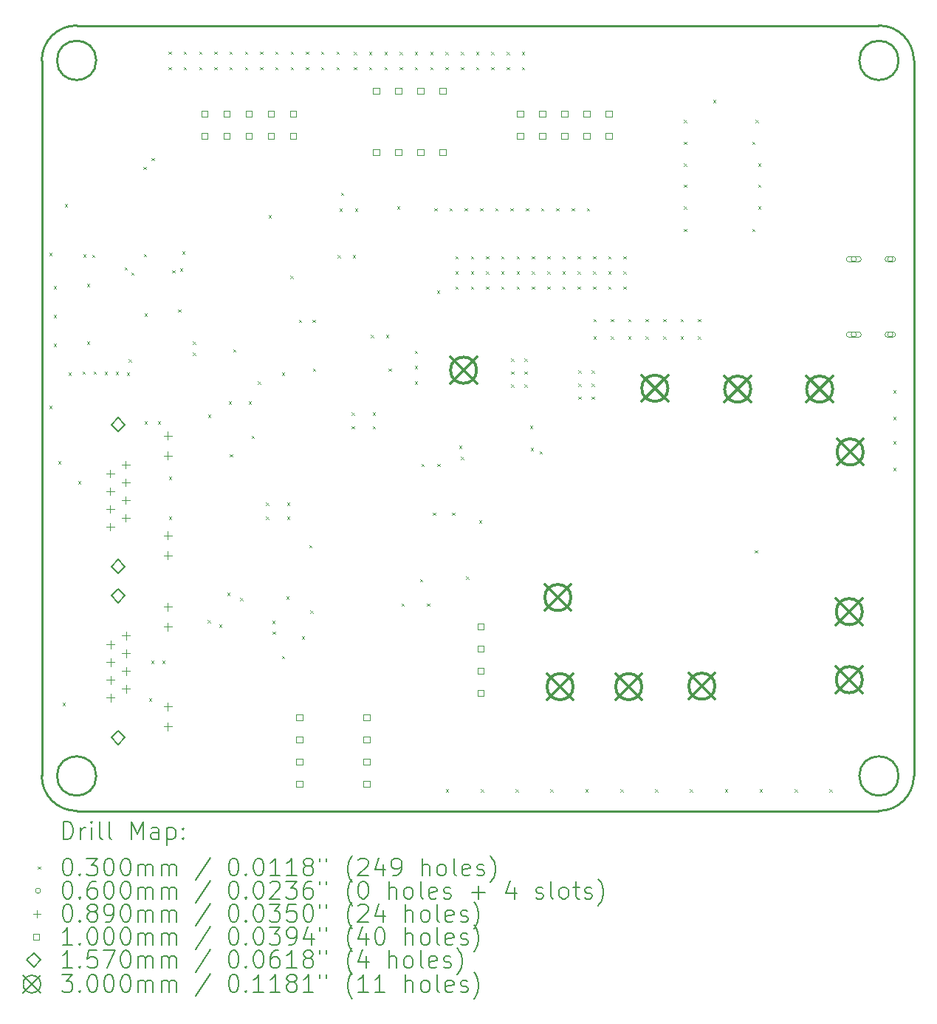
<source format=gbr>
%TF.GenerationSoftware,KiCad,Pcbnew,8.0.4*%
%TF.CreationDate,2024-08-16T23:53:02-05:00*%
%TF.ProjectId,BatteryCo,42617474-6572-4794-936f-2e6b69636164,rev?*%
%TF.SameCoordinates,Original*%
%TF.FileFunction,Drillmap*%
%TF.FilePolarity,Positive*%
%FSLAX45Y45*%
G04 Gerber Fmt 4.5, Leading zero omitted, Abs format (unit mm)*
G04 Created by KiCad (PCBNEW 8.0.4) date 2024-08-16 23:53:02*
%MOMM*%
%LPD*%
G01*
G04 APERTURE LIST*
%ADD10C,0.250000*%
%ADD11C,0.200000*%
%ADD12C,0.100000*%
%ADD13C,0.157000*%
%ADD14C,0.300000*%
G04 APERTURE END LIST*
D10*
X14825000Y-4953000D02*
G75*
G02*
X14375000Y-4953000I-225000J0D01*
G01*
X14375000Y-4953000D02*
G75*
G02*
X14825000Y-4953000I225000J0D01*
G01*
X5400000Y-13553000D02*
G75*
G02*
X5000000Y-13153000I0J400000D01*
G01*
X5400000Y-13553000D02*
X14600000Y-13553000D01*
X14825000Y-13153000D02*
G75*
G02*
X14375000Y-13153000I-225000J0D01*
G01*
X14375000Y-13153000D02*
G75*
G02*
X14825000Y-13153000I225000J0D01*
G01*
X5000000Y-4953000D02*
G75*
G02*
X5400000Y-4553000I400000J0D01*
G01*
X5625000Y-4953000D02*
G75*
G02*
X5175000Y-4953000I-225000J0D01*
G01*
X5175000Y-4953000D02*
G75*
G02*
X5625000Y-4953000I225000J0D01*
G01*
X15000000Y-13153000D02*
X15000000Y-4953000D01*
X5625000Y-13153000D02*
G75*
G02*
X5175000Y-13153000I-225000J0D01*
G01*
X5175000Y-13153000D02*
G75*
G02*
X5625000Y-13153000I225000J0D01*
G01*
X5000000Y-4953000D02*
X5000000Y-13153000D01*
X14600000Y-4553000D02*
X5400000Y-4553000D01*
X14600000Y-4553000D02*
G75*
G02*
X15000000Y-4953000I0J-400000D01*
G01*
X15000000Y-13153000D02*
G75*
G02*
X14600000Y-13553000I-400000J0D01*
G01*
D11*
D12*
X5085000Y-8911000D02*
X5115000Y-8941000D01*
X5115000Y-8911000D02*
X5085000Y-8941000D01*
X5086200Y-7159000D02*
X5116200Y-7189000D01*
X5116200Y-7159000D02*
X5086200Y-7189000D01*
X5137400Y-7537400D02*
X5167400Y-7567400D01*
X5167400Y-7537400D02*
X5137400Y-7567400D01*
X5137400Y-7867600D02*
X5167400Y-7897600D01*
X5167400Y-7867600D02*
X5137400Y-7897600D01*
X5137400Y-8197800D02*
X5167400Y-8227800D01*
X5167400Y-8197800D02*
X5137400Y-8227800D01*
X5188200Y-9544000D02*
X5218200Y-9574000D01*
X5218200Y-9544000D02*
X5188200Y-9574000D01*
X5239000Y-12312600D02*
X5269000Y-12342600D01*
X5269000Y-12312600D02*
X5239000Y-12342600D01*
X5264400Y-6597600D02*
X5294400Y-6627600D01*
X5294400Y-6597600D02*
X5264400Y-6627600D01*
X5307200Y-8528000D02*
X5337200Y-8558000D01*
X5337200Y-8528000D02*
X5307200Y-8558000D01*
X5416800Y-9772600D02*
X5446800Y-9802600D01*
X5446800Y-9772600D02*
X5416800Y-9802600D01*
X5467200Y-8517000D02*
X5497200Y-8547000D01*
X5497200Y-8517000D02*
X5467200Y-8547000D01*
X5475220Y-7174180D02*
X5505220Y-7204180D01*
X5505220Y-7174180D02*
X5475220Y-7204180D01*
X5518400Y-7512000D02*
X5548400Y-7542000D01*
X5548400Y-7512000D02*
X5518400Y-7542000D01*
X5518400Y-8172400D02*
X5548400Y-8202400D01*
X5548400Y-8172400D02*
X5518400Y-8202400D01*
X5579360Y-7179260D02*
X5609360Y-7209260D01*
X5609360Y-7179260D02*
X5579360Y-7209260D01*
X5594200Y-8518000D02*
X5624200Y-8548000D01*
X5624200Y-8518000D02*
X5594200Y-8548000D01*
X5721200Y-8521000D02*
X5751200Y-8551000D01*
X5751200Y-8521000D02*
X5721200Y-8551000D01*
X5848200Y-8521000D02*
X5878200Y-8551000D01*
X5878200Y-8521000D02*
X5848200Y-8551000D01*
X5950200Y-7324000D02*
X5980200Y-7354000D01*
X5980200Y-7324000D02*
X5950200Y-7354000D01*
X5975600Y-8528000D02*
X6005600Y-8558000D01*
X6005600Y-8528000D02*
X5975600Y-8558000D01*
X5998200Y-8378000D02*
X6028200Y-8408000D01*
X6028200Y-8378000D02*
X5998200Y-8408000D01*
X6026400Y-7384000D02*
X6056400Y-7414000D01*
X6056400Y-7384000D02*
X6026400Y-7414000D01*
X6166100Y-6173420D02*
X6196100Y-6203420D01*
X6196100Y-6173420D02*
X6166100Y-6203420D01*
X6171000Y-7171000D02*
X6201000Y-7201000D01*
X6201000Y-7171000D02*
X6171000Y-7201000D01*
X6178000Y-7851000D02*
X6208000Y-7881000D01*
X6208000Y-7851000D02*
X6178000Y-7881000D01*
X6178800Y-9086800D02*
X6208800Y-9116800D01*
X6208800Y-9086800D02*
X6178800Y-9116800D01*
X6229600Y-12261800D02*
X6259600Y-12291800D01*
X6259600Y-12261800D02*
X6229600Y-12291800D01*
X6255000Y-11830000D02*
X6285000Y-11860000D01*
X6285000Y-11830000D02*
X6255000Y-11860000D01*
X6257540Y-6071820D02*
X6287540Y-6101820D01*
X6287540Y-6071820D02*
X6257540Y-6101820D01*
X6331200Y-9086800D02*
X6361200Y-9116800D01*
X6361200Y-9086800D02*
X6331200Y-9116800D01*
X6382000Y-11830000D02*
X6412000Y-11860000D01*
X6412000Y-11830000D02*
X6382000Y-11860000D01*
X6453440Y-4852880D02*
X6483440Y-4882880D01*
X6483440Y-4852880D02*
X6453440Y-4882880D01*
X6453440Y-5027880D02*
X6483440Y-5057880D01*
X6483440Y-5027880D02*
X6453440Y-5057880D01*
X6458200Y-9721800D02*
X6488200Y-9751800D01*
X6488200Y-9721800D02*
X6458200Y-9751800D01*
X6458200Y-10179000D02*
X6488200Y-10209000D01*
X6488200Y-10179000D02*
X6458200Y-10209000D01*
X6496000Y-7359000D02*
X6526000Y-7389000D01*
X6526000Y-7359000D02*
X6496000Y-7389000D01*
X6564289Y-7805711D02*
X6594289Y-7835711D01*
X6594289Y-7805711D02*
X6564289Y-7835711D01*
X6585200Y-7334200D02*
X6615200Y-7364200D01*
X6615200Y-7334200D02*
X6585200Y-7364200D01*
X6610600Y-7141160D02*
X6640600Y-7171160D01*
X6640600Y-7141160D02*
X6610600Y-7171160D01*
X6628440Y-4852880D02*
X6658440Y-4882880D01*
X6658440Y-4852880D02*
X6628440Y-4882880D01*
X6628440Y-5027880D02*
X6658440Y-5057880D01*
X6658440Y-5027880D02*
X6628440Y-5057880D01*
X6735000Y-8172400D02*
X6765000Y-8202400D01*
X6765000Y-8172400D02*
X6735000Y-8202400D01*
X6735000Y-8299400D02*
X6765000Y-8329400D01*
X6765000Y-8299400D02*
X6735000Y-8329400D01*
X6803440Y-4852880D02*
X6833440Y-4882880D01*
X6833440Y-4852880D02*
X6803440Y-4882880D01*
X6803440Y-5027880D02*
X6833440Y-5057880D01*
X6833440Y-5027880D02*
X6803440Y-5057880D01*
X6902700Y-11367720D02*
X6932700Y-11397720D01*
X6932700Y-11367720D02*
X6902700Y-11397720D01*
X6905240Y-9013000D02*
X6935240Y-9043000D01*
X6935240Y-9013000D02*
X6905240Y-9043000D01*
X6978440Y-4852880D02*
X7008440Y-4882880D01*
X7008440Y-4852880D02*
X6978440Y-4882880D01*
X6978440Y-5027880D02*
X7008440Y-5057880D01*
X7008440Y-5027880D02*
X6978440Y-5057880D01*
X7032240Y-11415980D02*
X7062240Y-11445980D01*
X7062240Y-11415980D02*
X7032240Y-11445980D01*
X7128760Y-11055300D02*
X7158760Y-11085300D01*
X7158760Y-11055300D02*
X7128760Y-11085300D01*
X7144000Y-8858200D02*
X7174000Y-8888200D01*
X7174000Y-8858200D02*
X7144000Y-8888200D01*
X7153440Y-4852880D02*
X7183440Y-4882880D01*
X7183440Y-4852880D02*
X7153440Y-4882880D01*
X7153440Y-5027880D02*
X7183440Y-5057880D01*
X7183440Y-5027880D02*
X7153440Y-5057880D01*
X7155000Y-9465000D02*
X7185000Y-9495000D01*
X7185000Y-9465000D02*
X7155000Y-9495000D01*
X7195000Y-8265000D02*
X7225000Y-8295000D01*
X7225000Y-8265000D02*
X7195000Y-8295000D01*
X7273540Y-11111180D02*
X7303540Y-11141180D01*
X7303540Y-11111180D02*
X7273540Y-11141180D01*
X7328440Y-4852880D02*
X7358440Y-4882880D01*
X7358440Y-4852880D02*
X7328440Y-4882880D01*
X7328440Y-5027880D02*
X7358440Y-5057880D01*
X7358440Y-5027880D02*
X7328440Y-5057880D01*
X7372600Y-8858200D02*
X7402600Y-8888200D01*
X7402600Y-8858200D02*
X7372600Y-8888200D01*
X7405000Y-9255000D02*
X7435000Y-9285000D01*
X7435000Y-9255000D02*
X7405000Y-9285000D01*
X7477426Y-8632574D02*
X7507426Y-8662574D01*
X7507426Y-8632574D02*
X7477426Y-8662574D01*
X7503440Y-4852880D02*
X7533440Y-4882880D01*
X7533440Y-4852880D02*
X7503440Y-4882880D01*
X7503440Y-5027880D02*
X7533440Y-5057880D01*
X7533440Y-5027880D02*
X7503440Y-5057880D01*
X7571000Y-10021000D02*
X7601000Y-10051000D01*
X7601000Y-10021000D02*
X7571000Y-10051000D01*
X7571000Y-10181000D02*
X7601000Y-10211000D01*
X7601000Y-10181000D02*
X7571000Y-10211000D01*
X7601200Y-6724600D02*
X7631200Y-6754600D01*
X7631200Y-6724600D02*
X7601200Y-6754600D01*
X7644380Y-11373000D02*
X7674380Y-11403000D01*
X7674380Y-11373000D02*
X7644380Y-11403000D01*
X7646920Y-11497260D02*
X7676920Y-11527260D01*
X7676920Y-11497260D02*
X7646920Y-11527260D01*
X7678440Y-4852880D02*
X7708440Y-4882880D01*
X7708440Y-4852880D02*
X7678440Y-4882880D01*
X7678440Y-5027880D02*
X7708440Y-5057880D01*
X7708440Y-5027880D02*
X7678440Y-5057880D01*
X7753600Y-8528000D02*
X7783600Y-8558000D01*
X7783600Y-8528000D02*
X7753600Y-8558000D01*
X7753600Y-11776660D02*
X7783600Y-11806660D01*
X7783600Y-11776660D02*
X7753600Y-11806660D01*
X7804400Y-11093400D02*
X7834400Y-11123400D01*
X7834400Y-11093400D02*
X7804400Y-11123400D01*
X7811000Y-10021000D02*
X7841000Y-10051000D01*
X7841000Y-10021000D02*
X7811000Y-10051000D01*
X7811000Y-10181000D02*
X7841000Y-10211000D01*
X7841000Y-10181000D02*
X7811000Y-10211000D01*
X7850000Y-7420000D02*
X7880000Y-7450000D01*
X7880000Y-7420000D02*
X7850000Y-7450000D01*
X7853440Y-4852880D02*
X7883440Y-4882880D01*
X7883440Y-4852880D02*
X7853440Y-4882880D01*
X7853440Y-5027880D02*
X7883440Y-5057880D01*
X7883440Y-5027880D02*
X7853440Y-5057880D01*
X7949000Y-7925000D02*
X7979000Y-7955000D01*
X7979000Y-7925000D02*
X7949000Y-7955000D01*
X7982200Y-11550600D02*
X8012200Y-11580600D01*
X8012200Y-11550600D02*
X7982200Y-11580600D01*
X8028440Y-4852880D02*
X8058440Y-4882880D01*
X8058440Y-4852880D02*
X8028440Y-4882880D01*
X8028440Y-5027880D02*
X8058440Y-5057880D01*
X8058440Y-5027880D02*
X8028440Y-5057880D01*
X8065000Y-10505000D02*
X8095000Y-10535000D01*
X8095000Y-10505000D02*
X8065000Y-10535000D01*
X8078720Y-11258500D02*
X8108720Y-11288500D01*
X8108720Y-11258500D02*
X8078720Y-11288500D01*
X8105000Y-7925000D02*
X8135000Y-7955000D01*
X8135000Y-7925000D02*
X8105000Y-7955000D01*
X8110000Y-8485000D02*
X8140000Y-8515000D01*
X8140000Y-8485000D02*
X8110000Y-8515000D01*
X8203440Y-4852880D02*
X8233440Y-4882880D01*
X8233440Y-4852880D02*
X8203440Y-4882880D01*
X8203440Y-5027880D02*
X8233440Y-5057880D01*
X8233440Y-5027880D02*
X8203440Y-5057880D01*
X8378440Y-4852880D02*
X8408440Y-4882880D01*
X8408440Y-4852880D02*
X8378440Y-4882880D01*
X8378440Y-5027880D02*
X8408440Y-5057880D01*
X8408440Y-5027880D02*
X8378440Y-5057880D01*
X8391400Y-7181800D02*
X8421400Y-7211800D01*
X8421400Y-7181800D02*
X8391400Y-7211800D01*
X8414000Y-6648400D02*
X8444000Y-6678400D01*
X8444000Y-6648400D02*
X8414000Y-6678400D01*
X8429732Y-6468552D02*
X8459732Y-6498552D01*
X8459732Y-6468552D02*
X8429732Y-6498552D01*
X8555000Y-8985200D02*
X8585000Y-9015200D01*
X8585000Y-8985200D02*
X8555000Y-9015200D01*
X8555000Y-9145200D02*
X8585000Y-9175200D01*
X8585000Y-9145200D02*
X8555000Y-9175200D01*
X8566400Y-7181800D02*
X8596400Y-7211800D01*
X8596400Y-7181800D02*
X8566400Y-7211800D01*
X8579420Y-4855420D02*
X8609420Y-4885420D01*
X8609420Y-4855420D02*
X8579420Y-4885420D01*
X8579420Y-5030420D02*
X8609420Y-5060420D01*
X8609420Y-5030420D02*
X8579420Y-5060420D01*
X8591800Y-6648400D02*
X8621800Y-6678400D01*
X8621800Y-6648400D02*
X8591800Y-6678400D01*
X8754420Y-4855420D02*
X8784420Y-4885420D01*
X8784420Y-4855420D02*
X8754420Y-4885420D01*
X8754420Y-5030420D02*
X8784420Y-5060420D01*
X8784420Y-5030420D02*
X8754420Y-5060420D01*
X8772400Y-8096200D02*
X8802400Y-8126200D01*
X8802400Y-8096200D02*
X8772400Y-8126200D01*
X8795000Y-8985200D02*
X8825000Y-9015200D01*
X8825000Y-8985200D02*
X8795000Y-9015200D01*
X8795000Y-9145200D02*
X8825000Y-9175200D01*
X8825000Y-9145200D02*
X8795000Y-9175200D01*
X8929420Y-4855420D02*
X8959420Y-4885420D01*
X8959420Y-4855420D02*
X8929420Y-4885420D01*
X8929420Y-5030420D02*
X8959420Y-5060420D01*
X8959420Y-5030420D02*
X8929420Y-5060420D01*
X8947400Y-8096200D02*
X8977400Y-8126200D01*
X8977400Y-8096200D02*
X8947400Y-8126200D01*
X8975000Y-8485000D02*
X9005000Y-8515000D01*
X9005000Y-8485000D02*
X8975000Y-8515000D01*
X9074400Y-6623000D02*
X9104400Y-6653000D01*
X9104400Y-6623000D02*
X9074400Y-6653000D01*
X9104420Y-4855420D02*
X9134420Y-4885420D01*
X9134420Y-4855420D02*
X9104420Y-4885420D01*
X9104420Y-5030420D02*
X9134420Y-5060420D01*
X9134420Y-5030420D02*
X9104420Y-5060420D01*
X9125000Y-11175000D02*
X9155000Y-11205000D01*
X9155000Y-11175000D02*
X9125000Y-11205000D01*
X9277600Y-8279600D02*
X9307600Y-8309600D01*
X9307600Y-8279600D02*
X9277600Y-8309600D01*
X9277600Y-8454600D02*
X9307600Y-8484600D01*
X9307600Y-8454600D02*
X9277600Y-8484600D01*
X9277600Y-8629600D02*
X9307600Y-8659600D01*
X9307600Y-8629600D02*
X9277600Y-8659600D01*
X9279420Y-4855420D02*
X9309420Y-4885420D01*
X9309420Y-4855420D02*
X9279420Y-4885420D01*
X9279420Y-5030420D02*
X9309420Y-5060420D01*
X9309420Y-5030420D02*
X9279420Y-5060420D01*
X9335000Y-10895000D02*
X9365000Y-10925000D01*
X9365000Y-10895000D02*
X9335000Y-10925000D01*
X9355000Y-9575000D02*
X9385000Y-9605000D01*
X9385000Y-9575000D02*
X9355000Y-9605000D01*
X9415000Y-11175000D02*
X9445000Y-11205000D01*
X9445000Y-11175000D02*
X9415000Y-11205000D01*
X9454420Y-4855420D02*
X9484420Y-4885420D01*
X9484420Y-4855420D02*
X9454420Y-4885420D01*
X9454420Y-5030420D02*
X9484420Y-5060420D01*
X9484420Y-5030420D02*
X9454420Y-5060420D01*
X9485000Y-10135000D02*
X9515000Y-10165000D01*
X9515000Y-10135000D02*
X9485000Y-10165000D01*
X9500000Y-6645000D02*
X9530000Y-6675000D01*
X9530000Y-6645000D02*
X9500000Y-6675000D01*
X9530000Y-7589000D02*
X9560000Y-7619000D01*
X9560000Y-7589000D02*
X9530000Y-7619000D01*
X9535000Y-9575000D02*
X9565000Y-9605000D01*
X9565000Y-9575000D02*
X9535000Y-9605000D01*
X9629420Y-4855420D02*
X9659420Y-4885420D01*
X9659420Y-4855420D02*
X9629420Y-4885420D01*
X9629420Y-5030420D02*
X9659420Y-5060420D01*
X9659420Y-5030420D02*
X9629420Y-5060420D01*
X9633200Y-13303200D02*
X9663200Y-13333200D01*
X9663200Y-13303200D02*
X9633200Y-13333200D01*
X9675000Y-6645000D02*
X9705000Y-6675000D01*
X9705000Y-6645000D02*
X9675000Y-6675000D01*
X9705000Y-10135000D02*
X9735000Y-10165000D01*
X9735000Y-10135000D02*
X9705000Y-10165000D01*
X9745000Y-7195000D02*
X9775000Y-7225000D01*
X9775000Y-7195000D02*
X9745000Y-7225000D01*
X9745000Y-7370000D02*
X9775000Y-7400000D01*
X9775000Y-7370000D02*
X9745000Y-7400000D01*
X9745000Y-7545000D02*
X9775000Y-7575000D01*
X9775000Y-7545000D02*
X9745000Y-7575000D01*
X9785600Y-9366200D02*
X9815600Y-9396200D01*
X9815600Y-9366200D02*
X9785600Y-9396200D01*
X9804420Y-4855420D02*
X9834420Y-4885420D01*
X9834420Y-4855420D02*
X9804420Y-4885420D01*
X9804420Y-5030420D02*
X9834420Y-5060420D01*
X9834420Y-5030420D02*
X9804420Y-5060420D01*
X9807000Y-9493200D02*
X9837000Y-9523200D01*
X9837000Y-9493200D02*
X9807000Y-9523200D01*
X9850000Y-6645000D02*
X9880000Y-6675000D01*
X9880000Y-6645000D02*
X9850000Y-6675000D01*
X9865000Y-10865000D02*
X9895000Y-10895000D01*
X9895000Y-10865000D02*
X9865000Y-10895000D01*
X9920000Y-7195000D02*
X9950000Y-7225000D01*
X9950000Y-7195000D02*
X9920000Y-7225000D01*
X9920000Y-7370000D02*
X9950000Y-7400000D01*
X9950000Y-7370000D02*
X9920000Y-7400000D01*
X9920000Y-7545000D02*
X9950000Y-7575000D01*
X9950000Y-7545000D02*
X9920000Y-7575000D01*
X9979420Y-4855420D02*
X10009420Y-4885420D01*
X10009420Y-4855420D02*
X9979420Y-4885420D01*
X9979420Y-5030420D02*
X10009420Y-5060420D01*
X10009420Y-5030420D02*
X9979420Y-5060420D01*
X10015000Y-10225000D02*
X10045000Y-10255000D01*
X10045000Y-10225000D02*
X10015000Y-10255000D01*
X10025000Y-6645000D02*
X10055000Y-6675000D01*
X10055000Y-6645000D02*
X10025000Y-6675000D01*
X10033200Y-13303200D02*
X10063200Y-13333200D01*
X10063200Y-13303200D02*
X10033200Y-13333200D01*
X10095000Y-7195000D02*
X10125000Y-7225000D01*
X10125000Y-7195000D02*
X10095000Y-7225000D01*
X10095000Y-7370000D02*
X10125000Y-7400000D01*
X10125000Y-7370000D02*
X10095000Y-7400000D01*
X10095000Y-7545000D02*
X10125000Y-7575000D01*
X10125000Y-7545000D02*
X10095000Y-7575000D01*
X10154420Y-4855420D02*
X10184420Y-4885420D01*
X10184420Y-4855420D02*
X10154420Y-4885420D01*
X10154420Y-5030420D02*
X10184420Y-5060420D01*
X10184420Y-5030420D02*
X10154420Y-5060420D01*
X10200000Y-6645000D02*
X10230000Y-6675000D01*
X10230000Y-6645000D02*
X10200000Y-6675000D01*
X10270000Y-7195000D02*
X10300000Y-7225000D01*
X10300000Y-7195000D02*
X10270000Y-7225000D01*
X10270000Y-7370000D02*
X10300000Y-7400000D01*
X10300000Y-7370000D02*
X10270000Y-7400000D01*
X10270000Y-7545000D02*
X10300000Y-7575000D01*
X10300000Y-7545000D02*
X10270000Y-7575000D01*
X10329420Y-4855420D02*
X10359420Y-4885420D01*
X10359420Y-4855420D02*
X10329420Y-4885420D01*
X10329420Y-5030420D02*
X10359420Y-5060420D01*
X10359420Y-5030420D02*
X10329420Y-5060420D01*
X10375000Y-6645000D02*
X10405000Y-6675000D01*
X10405000Y-6645000D02*
X10375000Y-6675000D01*
X10384000Y-8367000D02*
X10414000Y-8397000D01*
X10414000Y-8367000D02*
X10384000Y-8397000D01*
X10384000Y-8517000D02*
X10414000Y-8547000D01*
X10414000Y-8517000D02*
X10384000Y-8547000D01*
X10384000Y-8667000D02*
X10414000Y-8697000D01*
X10414000Y-8667000D02*
X10384000Y-8697000D01*
X10433200Y-13303200D02*
X10463200Y-13333200D01*
X10463200Y-13303200D02*
X10433200Y-13333200D01*
X10445000Y-7195000D02*
X10475000Y-7225000D01*
X10475000Y-7195000D02*
X10445000Y-7225000D01*
X10445000Y-7370000D02*
X10475000Y-7400000D01*
X10475000Y-7370000D02*
X10445000Y-7400000D01*
X10445000Y-7545000D02*
X10475000Y-7575000D01*
X10475000Y-7545000D02*
X10445000Y-7575000D01*
X10504420Y-4855420D02*
X10534420Y-4885420D01*
X10534420Y-4855420D02*
X10504420Y-4885420D01*
X10504420Y-5030420D02*
X10534420Y-5060420D01*
X10534420Y-5030420D02*
X10504420Y-5060420D01*
X10534000Y-8367000D02*
X10564000Y-8397000D01*
X10564000Y-8367000D02*
X10534000Y-8397000D01*
X10534000Y-8517000D02*
X10564000Y-8547000D01*
X10564000Y-8517000D02*
X10534000Y-8547000D01*
X10534000Y-8667000D02*
X10564000Y-8697000D01*
X10564000Y-8667000D02*
X10534000Y-8697000D01*
X10550000Y-6645000D02*
X10580000Y-6675000D01*
X10580000Y-6645000D02*
X10550000Y-6675000D01*
X10598400Y-9137600D02*
X10628400Y-9167600D01*
X10628400Y-9137600D02*
X10598400Y-9167600D01*
X10607600Y-9391600D02*
X10637600Y-9421600D01*
X10637600Y-9391600D02*
X10607600Y-9421600D01*
X10620000Y-7195000D02*
X10650000Y-7225000D01*
X10650000Y-7195000D02*
X10620000Y-7225000D01*
X10620000Y-7370000D02*
X10650000Y-7400000D01*
X10650000Y-7370000D02*
X10620000Y-7400000D01*
X10620000Y-7545000D02*
X10650000Y-7575000D01*
X10650000Y-7545000D02*
X10620000Y-7575000D01*
X10708927Y-9433474D02*
X10738927Y-9463474D01*
X10738927Y-9433474D02*
X10708927Y-9463474D01*
X10725000Y-6645000D02*
X10755000Y-6675000D01*
X10755000Y-6645000D02*
X10725000Y-6675000D01*
X10795000Y-7195000D02*
X10825000Y-7225000D01*
X10825000Y-7195000D02*
X10795000Y-7225000D01*
X10795000Y-7370000D02*
X10825000Y-7400000D01*
X10825000Y-7370000D02*
X10795000Y-7400000D01*
X10795000Y-7545000D02*
X10825000Y-7575000D01*
X10825000Y-7545000D02*
X10795000Y-7575000D01*
X10833200Y-13303200D02*
X10863200Y-13333200D01*
X10863200Y-13303200D02*
X10833200Y-13333200D01*
X10900000Y-6645000D02*
X10930000Y-6675000D01*
X10930000Y-6645000D02*
X10900000Y-6675000D01*
X10970000Y-7195000D02*
X11000000Y-7225000D01*
X11000000Y-7195000D02*
X10970000Y-7225000D01*
X10970000Y-7370000D02*
X11000000Y-7400000D01*
X11000000Y-7370000D02*
X10970000Y-7400000D01*
X10970000Y-7545000D02*
X11000000Y-7575000D01*
X11000000Y-7545000D02*
X10970000Y-7575000D01*
X11075000Y-6645000D02*
X11105000Y-6675000D01*
X11105000Y-6645000D02*
X11075000Y-6675000D01*
X11145000Y-7195000D02*
X11175000Y-7225000D01*
X11175000Y-7195000D02*
X11145000Y-7225000D01*
X11145000Y-7370000D02*
X11175000Y-7400000D01*
X11175000Y-7370000D02*
X11145000Y-7400000D01*
X11145000Y-7545000D02*
X11175000Y-7575000D01*
X11175000Y-7545000D02*
X11145000Y-7575000D01*
X11155000Y-8505000D02*
X11185000Y-8535000D01*
X11185000Y-8505000D02*
X11155000Y-8535000D01*
X11155000Y-8655000D02*
X11185000Y-8685000D01*
X11185000Y-8655000D02*
X11155000Y-8685000D01*
X11155000Y-8805000D02*
X11185000Y-8835000D01*
X11185000Y-8805000D02*
X11155000Y-8835000D01*
X11233200Y-13303200D02*
X11263200Y-13333200D01*
X11263200Y-13303200D02*
X11233200Y-13333200D01*
X11250000Y-6645000D02*
X11280000Y-6675000D01*
X11280000Y-6645000D02*
X11250000Y-6675000D01*
X11305000Y-8505000D02*
X11335000Y-8535000D01*
X11335000Y-8505000D02*
X11305000Y-8535000D01*
X11305000Y-8655000D02*
X11335000Y-8685000D01*
X11335000Y-8655000D02*
X11305000Y-8685000D01*
X11305000Y-8805000D02*
X11335000Y-8835000D01*
X11335000Y-8805000D02*
X11305000Y-8835000D01*
X11320000Y-7195000D02*
X11350000Y-7225000D01*
X11350000Y-7195000D02*
X11320000Y-7225000D01*
X11320000Y-7370000D02*
X11350000Y-7400000D01*
X11350000Y-7370000D02*
X11320000Y-7400000D01*
X11320000Y-7545000D02*
X11350000Y-7575000D01*
X11350000Y-7545000D02*
X11320000Y-7575000D01*
X11325000Y-7915000D02*
X11355000Y-7945000D01*
X11355000Y-7915000D02*
X11325000Y-7945000D01*
X11325000Y-8115000D02*
X11355000Y-8145000D01*
X11355000Y-8115000D02*
X11325000Y-8145000D01*
X11495000Y-7195000D02*
X11525000Y-7225000D01*
X11525000Y-7195000D02*
X11495000Y-7225000D01*
X11495000Y-7370000D02*
X11525000Y-7400000D01*
X11525000Y-7370000D02*
X11495000Y-7400000D01*
X11495000Y-7545000D02*
X11525000Y-7575000D01*
X11525000Y-7545000D02*
X11495000Y-7575000D01*
X11525000Y-7915000D02*
X11555000Y-7945000D01*
X11555000Y-7915000D02*
X11525000Y-7945000D01*
X11525000Y-8115000D02*
X11555000Y-8145000D01*
X11555000Y-8115000D02*
X11525000Y-8145000D01*
X11633200Y-13303200D02*
X11663200Y-13333200D01*
X11663200Y-13303200D02*
X11633200Y-13333200D01*
X11670000Y-7195000D02*
X11700000Y-7225000D01*
X11700000Y-7195000D02*
X11670000Y-7225000D01*
X11670000Y-7370000D02*
X11700000Y-7400000D01*
X11700000Y-7370000D02*
X11670000Y-7400000D01*
X11670000Y-7545000D02*
X11700000Y-7575000D01*
X11700000Y-7545000D02*
X11670000Y-7575000D01*
X11725000Y-7915000D02*
X11755000Y-7945000D01*
X11755000Y-7915000D02*
X11725000Y-7945000D01*
X11725000Y-8115000D02*
X11755000Y-8145000D01*
X11755000Y-8115000D02*
X11725000Y-8145000D01*
X11925000Y-7915000D02*
X11955000Y-7945000D01*
X11955000Y-7915000D02*
X11925000Y-7945000D01*
X11925000Y-8115000D02*
X11955000Y-8145000D01*
X11955000Y-8115000D02*
X11925000Y-8145000D01*
X12033200Y-13303200D02*
X12063200Y-13333200D01*
X12063200Y-13303200D02*
X12033200Y-13333200D01*
X12125000Y-7915000D02*
X12155000Y-7945000D01*
X12155000Y-7915000D02*
X12125000Y-7945000D01*
X12125000Y-8115000D02*
X12155000Y-8145000D01*
X12155000Y-8115000D02*
X12125000Y-8145000D01*
X12325000Y-7915000D02*
X12355000Y-7945000D01*
X12355000Y-7915000D02*
X12325000Y-7945000D01*
X12325000Y-8115000D02*
X12355000Y-8145000D01*
X12355000Y-8115000D02*
X12325000Y-8145000D01*
X12365000Y-5635000D02*
X12395000Y-5665000D01*
X12395000Y-5635000D02*
X12365000Y-5665000D01*
X12365000Y-5885000D02*
X12395000Y-5915000D01*
X12395000Y-5885000D02*
X12365000Y-5915000D01*
X12365000Y-6135000D02*
X12395000Y-6165000D01*
X12395000Y-6135000D02*
X12365000Y-6165000D01*
X12365000Y-6375000D02*
X12395000Y-6405000D01*
X12395000Y-6375000D02*
X12365000Y-6405000D01*
X12365000Y-6625000D02*
X12395000Y-6655000D01*
X12395000Y-6625000D02*
X12365000Y-6655000D01*
X12365000Y-6885000D02*
X12395000Y-6915000D01*
X12395000Y-6885000D02*
X12365000Y-6915000D01*
X12433200Y-13303200D02*
X12463200Y-13333200D01*
X12463200Y-13303200D02*
X12433200Y-13333200D01*
X12525000Y-7915000D02*
X12555000Y-7945000D01*
X12555000Y-7915000D02*
X12525000Y-7945000D01*
X12525000Y-8115000D02*
X12555000Y-8145000D01*
X12555000Y-8115000D02*
X12525000Y-8145000D01*
X12696440Y-5403800D02*
X12726440Y-5433800D01*
X12726440Y-5403800D02*
X12696440Y-5433800D01*
X12833200Y-13303200D02*
X12863200Y-13333200D01*
X12863200Y-13303200D02*
X12833200Y-13333200D01*
X13145000Y-5885000D02*
X13175000Y-5915000D01*
X13175000Y-5885000D02*
X13145000Y-5915000D01*
X13145000Y-6885000D02*
X13175000Y-6915000D01*
X13175000Y-6885000D02*
X13145000Y-6915000D01*
X13175000Y-10565000D02*
X13205000Y-10595000D01*
X13205000Y-10565000D02*
X13175000Y-10595000D01*
X13185000Y-5635000D02*
X13215000Y-5665000D01*
X13215000Y-5635000D02*
X13185000Y-5665000D01*
X13215000Y-6135000D02*
X13245000Y-6165000D01*
X13245000Y-6135000D02*
X13215000Y-6165000D01*
X13215000Y-6375000D02*
X13245000Y-6405000D01*
X13245000Y-6375000D02*
X13215000Y-6405000D01*
X13215000Y-6625000D02*
X13245000Y-6655000D01*
X13245000Y-6625000D02*
X13215000Y-6655000D01*
X13233200Y-13303200D02*
X13263200Y-13333200D01*
X13263200Y-13303200D02*
X13233200Y-13333200D01*
X13633200Y-13303200D02*
X13663200Y-13333200D01*
X13663200Y-13303200D02*
X13633200Y-13333200D01*
X14033200Y-13303200D02*
X14063200Y-13333200D01*
X14063200Y-13303200D02*
X14033200Y-13333200D01*
X14764000Y-8731200D02*
X14794000Y-8761200D01*
X14794000Y-8731200D02*
X14764000Y-8761200D01*
X14764000Y-9036000D02*
X14794000Y-9066000D01*
X14794000Y-9036000D02*
X14764000Y-9066000D01*
X14764000Y-9315400D02*
X14794000Y-9345400D01*
X14794000Y-9315400D02*
X14764000Y-9345400D01*
X14764000Y-9620200D02*
X14794000Y-9650200D01*
X14794000Y-9620200D02*
X14764000Y-9650200D01*
X14342000Y-7230000D02*
G75*
G02*
X14282000Y-7230000I-30000J0D01*
G01*
X14282000Y-7230000D02*
G75*
G02*
X14342000Y-7230000I30000J0D01*
G01*
X14257000Y-7260000D02*
X14367000Y-7260000D01*
X14367000Y-7200000D02*
G75*
G02*
X14367000Y-7260000I0J-30000D01*
G01*
X14367000Y-7200000D02*
X14257000Y-7200000D01*
X14257000Y-7200000D02*
G75*
G03*
X14257000Y-7260000I0J-30000D01*
G01*
X14342000Y-8094000D02*
G75*
G02*
X14282000Y-8094000I-30000J0D01*
G01*
X14282000Y-8094000D02*
G75*
G02*
X14342000Y-8094000I30000J0D01*
G01*
X14257000Y-8124000D02*
X14367000Y-8124000D01*
X14367000Y-8064000D02*
G75*
G02*
X14367000Y-8124000I0J-30000D01*
G01*
X14367000Y-8064000D02*
X14257000Y-8064000D01*
X14257000Y-8064000D02*
G75*
G03*
X14257000Y-8124000I0J-30000D01*
G01*
X14760000Y-7230000D02*
G75*
G02*
X14700000Y-7230000I-30000J0D01*
G01*
X14700000Y-7230000D02*
G75*
G02*
X14760000Y-7230000I30000J0D01*
G01*
X14700000Y-7260000D02*
X14760000Y-7260000D01*
X14760000Y-7200000D02*
G75*
G02*
X14760000Y-7260000I0J-30000D01*
G01*
X14760000Y-7200000D02*
X14700000Y-7200000D01*
X14700000Y-7200000D02*
G75*
G03*
X14700000Y-7260000I0J-30000D01*
G01*
X14760000Y-8094000D02*
G75*
G02*
X14700000Y-8094000I-30000J0D01*
G01*
X14700000Y-8094000D02*
G75*
G02*
X14760000Y-8094000I30000J0D01*
G01*
X14700000Y-8124000D02*
X14760000Y-8124000D01*
X14760000Y-8064000D02*
G75*
G02*
X14760000Y-8124000I0J-30000D01*
G01*
X14760000Y-8064000D02*
X14700000Y-8064000D01*
X14700000Y-8064000D02*
G75*
G03*
X14700000Y-8124000I0J-30000D01*
G01*
X5786200Y-9641500D02*
X5786200Y-9730500D01*
X5741700Y-9686000D02*
X5830700Y-9686000D01*
X5786200Y-9844700D02*
X5786200Y-9933700D01*
X5741700Y-9889200D02*
X5830700Y-9889200D01*
X5786200Y-10047900D02*
X5786200Y-10136900D01*
X5741700Y-10092400D02*
X5830700Y-10092400D01*
X5786200Y-10251100D02*
X5786200Y-10340100D01*
X5741700Y-10295600D02*
X5830700Y-10295600D01*
X5787400Y-11602380D02*
X5787400Y-11691380D01*
X5742900Y-11646880D02*
X5831900Y-11646880D01*
X5787400Y-11805580D02*
X5787400Y-11894580D01*
X5742900Y-11850080D02*
X5831900Y-11850080D01*
X5787400Y-12008780D02*
X5787400Y-12097780D01*
X5742900Y-12053280D02*
X5831900Y-12053280D01*
X5787400Y-12211980D02*
X5787400Y-12300980D01*
X5742900Y-12256480D02*
X5831900Y-12256480D01*
X5964200Y-9539900D02*
X5964200Y-9628900D01*
X5919700Y-9584400D02*
X6008700Y-9584400D01*
X5964200Y-9743100D02*
X5964200Y-9832100D01*
X5919700Y-9787600D02*
X6008700Y-9787600D01*
X5964200Y-9946300D02*
X5964200Y-10035300D01*
X5919700Y-9990800D02*
X6008700Y-9990800D01*
X5964200Y-10149500D02*
X5964200Y-10238500D01*
X5919700Y-10194000D02*
X6008700Y-10194000D01*
X5965400Y-11500780D02*
X5965400Y-11589780D01*
X5920900Y-11545280D02*
X6009900Y-11545280D01*
X5965400Y-11703980D02*
X5965400Y-11792980D01*
X5920900Y-11748480D02*
X6009900Y-11748480D01*
X5965400Y-11907180D02*
X5965400Y-11996180D01*
X5920900Y-11951680D02*
X6009900Y-11951680D01*
X5965400Y-12110380D02*
X5965400Y-12199380D01*
X5920900Y-12154880D02*
X6009900Y-12154880D01*
X6446200Y-9209100D02*
X6446200Y-9298100D01*
X6401700Y-9253600D02*
X6490700Y-9253600D01*
X6446200Y-9438100D02*
X6446200Y-9527100D01*
X6401700Y-9482600D02*
X6490700Y-9482600D01*
X6446200Y-10352100D02*
X6446200Y-10441100D01*
X6401700Y-10396600D02*
X6490700Y-10396600D01*
X6446200Y-10581100D02*
X6446200Y-10670100D01*
X6401700Y-10625600D02*
X6490700Y-10625600D01*
X6447400Y-11169980D02*
X6447400Y-11258980D01*
X6402900Y-11214480D02*
X6491900Y-11214480D01*
X6447400Y-11398980D02*
X6447400Y-11487980D01*
X6402900Y-11443480D02*
X6491900Y-11443480D01*
X6447400Y-12312980D02*
X6447400Y-12401980D01*
X6402900Y-12357480D02*
X6491900Y-12357480D01*
X6447400Y-12541980D02*
X6447400Y-12630980D01*
X6402900Y-12586480D02*
X6491900Y-12586480D01*
X6903977Y-5600721D02*
X6903977Y-5530010D01*
X6833266Y-5530010D01*
X6833266Y-5600721D01*
X6903977Y-5600721D01*
X6903977Y-5854721D02*
X6903977Y-5784010D01*
X6833266Y-5784010D01*
X6833266Y-5854721D01*
X6903977Y-5854721D01*
X7157977Y-5600721D02*
X7157977Y-5530010D01*
X7087266Y-5530010D01*
X7087266Y-5600721D01*
X7157977Y-5600721D01*
X7157977Y-5854721D02*
X7157977Y-5784010D01*
X7087266Y-5784010D01*
X7087266Y-5854721D01*
X7157977Y-5854721D01*
X7411977Y-5600721D02*
X7411977Y-5530010D01*
X7341266Y-5530010D01*
X7341266Y-5600721D01*
X7411977Y-5600721D01*
X7411977Y-5854721D02*
X7411977Y-5784010D01*
X7341266Y-5784010D01*
X7341266Y-5854721D01*
X7411977Y-5854721D01*
X7665977Y-5600721D02*
X7665977Y-5530010D01*
X7595266Y-5530010D01*
X7595266Y-5600721D01*
X7665977Y-5600721D01*
X7665977Y-5854721D02*
X7665977Y-5784010D01*
X7595266Y-5784010D01*
X7595266Y-5854721D01*
X7665977Y-5854721D01*
X7919977Y-5600721D02*
X7919977Y-5530010D01*
X7849266Y-5530010D01*
X7849266Y-5600721D01*
X7919977Y-5600721D01*
X7919977Y-5854721D02*
X7919977Y-5784010D01*
X7849266Y-5784010D01*
X7849266Y-5854721D01*
X7919977Y-5854721D01*
X7989356Y-12517356D02*
X7989356Y-12446644D01*
X7918644Y-12446644D01*
X7918644Y-12517356D01*
X7989356Y-12517356D01*
X7989356Y-12771356D02*
X7989356Y-12700644D01*
X7918644Y-12700644D01*
X7918644Y-12771356D01*
X7989356Y-12771356D01*
X7989356Y-13025356D02*
X7989356Y-12954644D01*
X7918644Y-12954644D01*
X7918644Y-13025356D01*
X7989356Y-13025356D01*
X7989356Y-13279356D02*
X7989356Y-13208644D01*
X7918644Y-13208644D01*
X7918644Y-13279356D01*
X7989356Y-13279356D01*
X8759356Y-12517356D02*
X8759356Y-12446644D01*
X8688644Y-12446644D01*
X8688644Y-12517356D01*
X8759356Y-12517356D01*
X8759356Y-12771356D02*
X8759356Y-12700644D01*
X8688644Y-12700644D01*
X8688644Y-12771356D01*
X8759356Y-12771356D01*
X8759356Y-13025356D02*
X8759356Y-12954644D01*
X8688644Y-12954644D01*
X8688644Y-13025356D01*
X8759356Y-13025356D01*
X8759356Y-13279356D02*
X8759356Y-13208644D01*
X8688644Y-13208644D01*
X8688644Y-13279356D01*
X8759356Y-13279356D01*
X8870756Y-5337316D02*
X8870756Y-5266604D01*
X8800044Y-5266604D01*
X8800044Y-5337316D01*
X8870756Y-5337316D01*
X8870756Y-6038356D02*
X8870756Y-5967644D01*
X8800044Y-5967644D01*
X8800044Y-6038356D01*
X8870756Y-6038356D01*
X9124756Y-5337316D02*
X9124756Y-5266604D01*
X9054044Y-5266604D01*
X9054044Y-5337316D01*
X9124756Y-5337316D01*
X9124756Y-6038356D02*
X9124756Y-5967644D01*
X9054044Y-5967644D01*
X9054044Y-6038356D01*
X9124756Y-6038356D01*
X9378756Y-5337316D02*
X9378756Y-5266604D01*
X9308044Y-5266604D01*
X9308044Y-5337316D01*
X9378756Y-5337316D01*
X9378756Y-6038356D02*
X9378756Y-5967644D01*
X9308044Y-5967644D01*
X9308044Y-6038356D01*
X9378756Y-6038356D01*
X9632756Y-5337316D02*
X9632756Y-5266604D01*
X9562044Y-5266604D01*
X9562044Y-5337316D01*
X9632756Y-5337316D01*
X9632756Y-6038356D02*
X9632756Y-5967644D01*
X9562044Y-5967644D01*
X9562044Y-6038356D01*
X9632756Y-6038356D01*
X10066356Y-11475356D02*
X10066356Y-11404644D01*
X9995644Y-11404644D01*
X9995644Y-11475356D01*
X10066356Y-11475356D01*
X10066356Y-11729356D02*
X10066356Y-11658644D01*
X9995644Y-11658644D01*
X9995644Y-11729356D01*
X10066356Y-11729356D01*
X10066356Y-11983356D02*
X10066356Y-11912644D01*
X9995644Y-11912644D01*
X9995644Y-11983356D01*
X10066356Y-11983356D01*
X10066356Y-12237356D02*
X10066356Y-12166644D01*
X9995644Y-12166644D01*
X9995644Y-12237356D01*
X10066356Y-12237356D01*
X10521756Y-5600721D02*
X10521756Y-5530010D01*
X10451044Y-5530010D01*
X10451044Y-5600721D01*
X10521756Y-5600721D01*
X10521756Y-5854721D02*
X10521756Y-5784010D01*
X10451044Y-5784010D01*
X10451044Y-5854721D01*
X10521756Y-5854721D01*
X10775756Y-5600721D02*
X10775756Y-5530010D01*
X10705044Y-5530010D01*
X10705044Y-5600721D01*
X10775756Y-5600721D01*
X10775756Y-5854721D02*
X10775756Y-5784010D01*
X10705044Y-5784010D01*
X10705044Y-5854721D01*
X10775756Y-5854721D01*
X11029756Y-5600721D02*
X11029756Y-5530010D01*
X10959044Y-5530010D01*
X10959044Y-5600721D01*
X11029756Y-5600721D01*
X11029756Y-5854721D02*
X11029756Y-5784010D01*
X10959044Y-5784010D01*
X10959044Y-5854721D01*
X11029756Y-5854721D01*
X11283756Y-5600721D02*
X11283756Y-5530010D01*
X11213044Y-5530010D01*
X11213044Y-5600721D01*
X11283756Y-5600721D01*
X11283756Y-5854721D02*
X11283756Y-5784010D01*
X11213044Y-5784010D01*
X11213044Y-5854721D01*
X11283756Y-5854721D01*
X11537756Y-5600721D02*
X11537756Y-5530010D01*
X11467044Y-5530010D01*
X11467044Y-5600721D01*
X11537756Y-5600721D01*
X11537756Y-5854721D02*
X11537756Y-5784010D01*
X11467044Y-5784010D01*
X11467044Y-5854721D01*
X11537756Y-5854721D01*
D13*
X5875200Y-9205100D02*
X5953700Y-9126600D01*
X5875200Y-9048100D01*
X5796700Y-9126600D01*
X5875200Y-9205100D01*
X5875200Y-10831100D02*
X5953700Y-10752600D01*
X5875200Y-10674100D01*
X5796700Y-10752600D01*
X5875200Y-10831100D01*
X5876400Y-11165980D02*
X5954900Y-11087480D01*
X5876400Y-11008980D01*
X5797900Y-11087480D01*
X5876400Y-11165980D01*
X5876400Y-12791980D02*
X5954900Y-12713480D01*
X5876400Y-12634980D01*
X5797900Y-12713480D01*
X5876400Y-12791980D01*
D14*
X9687000Y-8353000D02*
X9987000Y-8653000D01*
X9987000Y-8353000D02*
X9687000Y-8653000D01*
X9987000Y-8503000D02*
G75*
G02*
X9687000Y-8503000I-150000J0D01*
G01*
X9687000Y-8503000D02*
G75*
G02*
X9987000Y-8503000I150000J0D01*
G01*
X10768200Y-10958400D02*
X11068200Y-11258400D01*
X11068200Y-10958400D02*
X10768200Y-11258400D01*
X11068200Y-11108400D02*
G75*
G02*
X10768200Y-11108400I-150000J0D01*
G01*
X10768200Y-11108400D02*
G75*
G02*
X11068200Y-11108400I150000J0D01*
G01*
X10793600Y-11980000D02*
X11093600Y-12280000D01*
X11093600Y-11980000D02*
X10793600Y-12280000D01*
X11093600Y-12130000D02*
G75*
G02*
X10793600Y-12130000I-150000J0D01*
G01*
X10793600Y-12130000D02*
G75*
G02*
X11093600Y-12130000I150000J0D01*
G01*
X11581000Y-11980000D02*
X11881000Y-12280000D01*
X11881000Y-11980000D02*
X11581000Y-12280000D01*
X11881000Y-12130000D02*
G75*
G02*
X11581000Y-12130000I-150000J0D01*
G01*
X11581000Y-12130000D02*
G75*
G02*
X11881000Y-12130000I150000J0D01*
G01*
X11880000Y-8560000D02*
X12180000Y-8860000D01*
X12180000Y-8560000D02*
X11880000Y-8860000D01*
X12180000Y-8710000D02*
G75*
G02*
X11880000Y-8710000I-150000J0D01*
G01*
X11880000Y-8710000D02*
G75*
G02*
X12180000Y-8710000I150000J0D01*
G01*
X12419200Y-11974400D02*
X12719200Y-12274400D01*
X12719200Y-11974400D02*
X12419200Y-12274400D01*
X12719200Y-12124400D02*
G75*
G02*
X12419200Y-12124400I-150000J0D01*
G01*
X12419200Y-12124400D02*
G75*
G02*
X12719200Y-12124400I150000J0D01*
G01*
X12830000Y-8570000D02*
X13130000Y-8870000D01*
X13130000Y-8570000D02*
X12830000Y-8870000D01*
X13130000Y-8720000D02*
G75*
G02*
X12830000Y-8720000I-150000J0D01*
G01*
X12830000Y-8720000D02*
G75*
G02*
X13130000Y-8720000I150000J0D01*
G01*
X13770000Y-8570000D02*
X14070000Y-8870000D01*
X14070000Y-8570000D02*
X13770000Y-8870000D01*
X14070000Y-8720000D02*
G75*
G02*
X13770000Y-8720000I-150000J0D01*
G01*
X13770000Y-8720000D02*
G75*
G02*
X14070000Y-8720000I150000J0D01*
G01*
X14110000Y-11120000D02*
X14410000Y-11420000D01*
X14410000Y-11120000D02*
X14110000Y-11420000D01*
X14410000Y-11270000D02*
G75*
G02*
X14110000Y-11270000I-150000J0D01*
G01*
X14110000Y-11270000D02*
G75*
G02*
X14410000Y-11270000I150000J0D01*
G01*
X14110000Y-11900000D02*
X14410000Y-12200000D01*
X14410000Y-11900000D02*
X14110000Y-12200000D01*
X14410000Y-12050000D02*
G75*
G02*
X14110000Y-12050000I-150000J0D01*
G01*
X14110000Y-12050000D02*
G75*
G02*
X14410000Y-12050000I150000J0D01*
G01*
X14120000Y-9290000D02*
X14420000Y-9590000D01*
X14420000Y-9290000D02*
X14120000Y-9590000D01*
X14420000Y-9440000D02*
G75*
G02*
X14120000Y-9440000I-150000J0D01*
G01*
X14120000Y-9440000D02*
G75*
G02*
X14420000Y-9440000I150000J0D01*
G01*
D11*
X5248277Y-13876984D02*
X5248277Y-13676984D01*
X5248277Y-13676984D02*
X5295896Y-13676984D01*
X5295896Y-13676984D02*
X5324467Y-13686508D01*
X5324467Y-13686508D02*
X5343515Y-13705555D01*
X5343515Y-13705555D02*
X5353039Y-13724603D01*
X5353039Y-13724603D02*
X5362563Y-13762698D01*
X5362563Y-13762698D02*
X5362563Y-13791269D01*
X5362563Y-13791269D02*
X5353039Y-13829365D01*
X5353039Y-13829365D02*
X5343515Y-13848412D01*
X5343515Y-13848412D02*
X5324467Y-13867460D01*
X5324467Y-13867460D02*
X5295896Y-13876984D01*
X5295896Y-13876984D02*
X5248277Y-13876984D01*
X5448277Y-13876984D02*
X5448277Y-13743650D01*
X5448277Y-13781746D02*
X5457801Y-13762698D01*
X5457801Y-13762698D02*
X5467324Y-13753174D01*
X5467324Y-13753174D02*
X5486372Y-13743650D01*
X5486372Y-13743650D02*
X5505420Y-13743650D01*
X5572086Y-13876984D02*
X5572086Y-13743650D01*
X5572086Y-13676984D02*
X5562563Y-13686508D01*
X5562563Y-13686508D02*
X5572086Y-13696031D01*
X5572086Y-13696031D02*
X5581610Y-13686508D01*
X5581610Y-13686508D02*
X5572086Y-13676984D01*
X5572086Y-13676984D02*
X5572086Y-13696031D01*
X5695896Y-13876984D02*
X5676848Y-13867460D01*
X5676848Y-13867460D02*
X5667324Y-13848412D01*
X5667324Y-13848412D02*
X5667324Y-13676984D01*
X5800658Y-13876984D02*
X5781610Y-13867460D01*
X5781610Y-13867460D02*
X5772086Y-13848412D01*
X5772086Y-13848412D02*
X5772086Y-13676984D01*
X6029229Y-13876984D02*
X6029229Y-13676984D01*
X6029229Y-13676984D02*
X6095896Y-13819841D01*
X6095896Y-13819841D02*
X6162562Y-13676984D01*
X6162562Y-13676984D02*
X6162562Y-13876984D01*
X6343515Y-13876984D02*
X6343515Y-13772222D01*
X6343515Y-13772222D02*
X6333991Y-13753174D01*
X6333991Y-13753174D02*
X6314943Y-13743650D01*
X6314943Y-13743650D02*
X6276848Y-13743650D01*
X6276848Y-13743650D02*
X6257801Y-13753174D01*
X6343515Y-13867460D02*
X6324467Y-13876984D01*
X6324467Y-13876984D02*
X6276848Y-13876984D01*
X6276848Y-13876984D02*
X6257801Y-13867460D01*
X6257801Y-13867460D02*
X6248277Y-13848412D01*
X6248277Y-13848412D02*
X6248277Y-13829365D01*
X6248277Y-13829365D02*
X6257801Y-13810317D01*
X6257801Y-13810317D02*
X6276848Y-13800793D01*
X6276848Y-13800793D02*
X6324467Y-13800793D01*
X6324467Y-13800793D02*
X6343515Y-13791269D01*
X6438753Y-13743650D02*
X6438753Y-13943650D01*
X6438753Y-13753174D02*
X6457801Y-13743650D01*
X6457801Y-13743650D02*
X6495896Y-13743650D01*
X6495896Y-13743650D02*
X6514943Y-13753174D01*
X6514943Y-13753174D02*
X6524467Y-13762698D01*
X6524467Y-13762698D02*
X6533991Y-13781746D01*
X6533991Y-13781746D02*
X6533991Y-13838888D01*
X6533991Y-13838888D02*
X6524467Y-13857936D01*
X6524467Y-13857936D02*
X6514943Y-13867460D01*
X6514943Y-13867460D02*
X6495896Y-13876984D01*
X6495896Y-13876984D02*
X6457801Y-13876984D01*
X6457801Y-13876984D02*
X6438753Y-13867460D01*
X6619705Y-13857936D02*
X6629229Y-13867460D01*
X6629229Y-13867460D02*
X6619705Y-13876984D01*
X6619705Y-13876984D02*
X6610182Y-13867460D01*
X6610182Y-13867460D02*
X6619705Y-13857936D01*
X6619705Y-13857936D02*
X6619705Y-13876984D01*
X6619705Y-13753174D02*
X6629229Y-13762698D01*
X6629229Y-13762698D02*
X6619705Y-13772222D01*
X6619705Y-13772222D02*
X6610182Y-13762698D01*
X6610182Y-13762698D02*
X6619705Y-13753174D01*
X6619705Y-13753174D02*
X6619705Y-13772222D01*
D12*
X4957500Y-14190500D02*
X4987500Y-14220500D01*
X4987500Y-14190500D02*
X4957500Y-14220500D01*
D11*
X5286372Y-14096984D02*
X5305420Y-14096984D01*
X5305420Y-14096984D02*
X5324467Y-14106508D01*
X5324467Y-14106508D02*
X5333991Y-14116031D01*
X5333991Y-14116031D02*
X5343515Y-14135079D01*
X5343515Y-14135079D02*
X5353039Y-14173174D01*
X5353039Y-14173174D02*
X5353039Y-14220793D01*
X5353039Y-14220793D02*
X5343515Y-14258888D01*
X5343515Y-14258888D02*
X5333991Y-14277936D01*
X5333991Y-14277936D02*
X5324467Y-14287460D01*
X5324467Y-14287460D02*
X5305420Y-14296984D01*
X5305420Y-14296984D02*
X5286372Y-14296984D01*
X5286372Y-14296984D02*
X5267324Y-14287460D01*
X5267324Y-14287460D02*
X5257801Y-14277936D01*
X5257801Y-14277936D02*
X5248277Y-14258888D01*
X5248277Y-14258888D02*
X5238753Y-14220793D01*
X5238753Y-14220793D02*
X5238753Y-14173174D01*
X5238753Y-14173174D02*
X5248277Y-14135079D01*
X5248277Y-14135079D02*
X5257801Y-14116031D01*
X5257801Y-14116031D02*
X5267324Y-14106508D01*
X5267324Y-14106508D02*
X5286372Y-14096984D01*
X5438753Y-14277936D02*
X5448277Y-14287460D01*
X5448277Y-14287460D02*
X5438753Y-14296984D01*
X5438753Y-14296984D02*
X5429229Y-14287460D01*
X5429229Y-14287460D02*
X5438753Y-14277936D01*
X5438753Y-14277936D02*
X5438753Y-14296984D01*
X5514944Y-14096984D02*
X5638753Y-14096984D01*
X5638753Y-14096984D02*
X5572086Y-14173174D01*
X5572086Y-14173174D02*
X5600658Y-14173174D01*
X5600658Y-14173174D02*
X5619705Y-14182698D01*
X5619705Y-14182698D02*
X5629229Y-14192222D01*
X5629229Y-14192222D02*
X5638753Y-14211269D01*
X5638753Y-14211269D02*
X5638753Y-14258888D01*
X5638753Y-14258888D02*
X5629229Y-14277936D01*
X5629229Y-14277936D02*
X5619705Y-14287460D01*
X5619705Y-14287460D02*
X5600658Y-14296984D01*
X5600658Y-14296984D02*
X5543515Y-14296984D01*
X5543515Y-14296984D02*
X5524467Y-14287460D01*
X5524467Y-14287460D02*
X5514944Y-14277936D01*
X5762562Y-14096984D02*
X5781610Y-14096984D01*
X5781610Y-14096984D02*
X5800658Y-14106508D01*
X5800658Y-14106508D02*
X5810182Y-14116031D01*
X5810182Y-14116031D02*
X5819705Y-14135079D01*
X5819705Y-14135079D02*
X5829229Y-14173174D01*
X5829229Y-14173174D02*
X5829229Y-14220793D01*
X5829229Y-14220793D02*
X5819705Y-14258888D01*
X5819705Y-14258888D02*
X5810182Y-14277936D01*
X5810182Y-14277936D02*
X5800658Y-14287460D01*
X5800658Y-14287460D02*
X5781610Y-14296984D01*
X5781610Y-14296984D02*
X5762562Y-14296984D01*
X5762562Y-14296984D02*
X5743515Y-14287460D01*
X5743515Y-14287460D02*
X5733991Y-14277936D01*
X5733991Y-14277936D02*
X5724467Y-14258888D01*
X5724467Y-14258888D02*
X5714943Y-14220793D01*
X5714943Y-14220793D02*
X5714943Y-14173174D01*
X5714943Y-14173174D02*
X5724467Y-14135079D01*
X5724467Y-14135079D02*
X5733991Y-14116031D01*
X5733991Y-14116031D02*
X5743515Y-14106508D01*
X5743515Y-14106508D02*
X5762562Y-14096984D01*
X5953039Y-14096984D02*
X5972086Y-14096984D01*
X5972086Y-14096984D02*
X5991134Y-14106508D01*
X5991134Y-14106508D02*
X6000658Y-14116031D01*
X6000658Y-14116031D02*
X6010182Y-14135079D01*
X6010182Y-14135079D02*
X6019705Y-14173174D01*
X6019705Y-14173174D02*
X6019705Y-14220793D01*
X6019705Y-14220793D02*
X6010182Y-14258888D01*
X6010182Y-14258888D02*
X6000658Y-14277936D01*
X6000658Y-14277936D02*
X5991134Y-14287460D01*
X5991134Y-14287460D02*
X5972086Y-14296984D01*
X5972086Y-14296984D02*
X5953039Y-14296984D01*
X5953039Y-14296984D02*
X5933991Y-14287460D01*
X5933991Y-14287460D02*
X5924467Y-14277936D01*
X5924467Y-14277936D02*
X5914943Y-14258888D01*
X5914943Y-14258888D02*
X5905420Y-14220793D01*
X5905420Y-14220793D02*
X5905420Y-14173174D01*
X5905420Y-14173174D02*
X5914943Y-14135079D01*
X5914943Y-14135079D02*
X5924467Y-14116031D01*
X5924467Y-14116031D02*
X5933991Y-14106508D01*
X5933991Y-14106508D02*
X5953039Y-14096984D01*
X6105420Y-14296984D02*
X6105420Y-14163650D01*
X6105420Y-14182698D02*
X6114943Y-14173174D01*
X6114943Y-14173174D02*
X6133991Y-14163650D01*
X6133991Y-14163650D02*
X6162563Y-14163650D01*
X6162563Y-14163650D02*
X6181610Y-14173174D01*
X6181610Y-14173174D02*
X6191134Y-14192222D01*
X6191134Y-14192222D02*
X6191134Y-14296984D01*
X6191134Y-14192222D02*
X6200658Y-14173174D01*
X6200658Y-14173174D02*
X6219705Y-14163650D01*
X6219705Y-14163650D02*
X6248277Y-14163650D01*
X6248277Y-14163650D02*
X6267324Y-14173174D01*
X6267324Y-14173174D02*
X6276848Y-14192222D01*
X6276848Y-14192222D02*
X6276848Y-14296984D01*
X6372086Y-14296984D02*
X6372086Y-14163650D01*
X6372086Y-14182698D02*
X6381610Y-14173174D01*
X6381610Y-14173174D02*
X6400658Y-14163650D01*
X6400658Y-14163650D02*
X6429229Y-14163650D01*
X6429229Y-14163650D02*
X6448277Y-14173174D01*
X6448277Y-14173174D02*
X6457801Y-14192222D01*
X6457801Y-14192222D02*
X6457801Y-14296984D01*
X6457801Y-14192222D02*
X6467324Y-14173174D01*
X6467324Y-14173174D02*
X6486372Y-14163650D01*
X6486372Y-14163650D02*
X6514943Y-14163650D01*
X6514943Y-14163650D02*
X6533991Y-14173174D01*
X6533991Y-14173174D02*
X6543515Y-14192222D01*
X6543515Y-14192222D02*
X6543515Y-14296984D01*
X6933991Y-14087460D02*
X6762563Y-14344603D01*
X7191134Y-14096984D02*
X7210182Y-14096984D01*
X7210182Y-14096984D02*
X7229229Y-14106508D01*
X7229229Y-14106508D02*
X7238753Y-14116031D01*
X7238753Y-14116031D02*
X7248277Y-14135079D01*
X7248277Y-14135079D02*
X7257801Y-14173174D01*
X7257801Y-14173174D02*
X7257801Y-14220793D01*
X7257801Y-14220793D02*
X7248277Y-14258888D01*
X7248277Y-14258888D02*
X7238753Y-14277936D01*
X7238753Y-14277936D02*
X7229229Y-14287460D01*
X7229229Y-14287460D02*
X7210182Y-14296984D01*
X7210182Y-14296984D02*
X7191134Y-14296984D01*
X7191134Y-14296984D02*
X7172086Y-14287460D01*
X7172086Y-14287460D02*
X7162563Y-14277936D01*
X7162563Y-14277936D02*
X7153039Y-14258888D01*
X7153039Y-14258888D02*
X7143515Y-14220793D01*
X7143515Y-14220793D02*
X7143515Y-14173174D01*
X7143515Y-14173174D02*
X7153039Y-14135079D01*
X7153039Y-14135079D02*
X7162563Y-14116031D01*
X7162563Y-14116031D02*
X7172086Y-14106508D01*
X7172086Y-14106508D02*
X7191134Y-14096984D01*
X7343515Y-14277936D02*
X7353039Y-14287460D01*
X7353039Y-14287460D02*
X7343515Y-14296984D01*
X7343515Y-14296984D02*
X7333991Y-14287460D01*
X7333991Y-14287460D02*
X7343515Y-14277936D01*
X7343515Y-14277936D02*
X7343515Y-14296984D01*
X7476848Y-14096984D02*
X7495896Y-14096984D01*
X7495896Y-14096984D02*
X7514944Y-14106508D01*
X7514944Y-14106508D02*
X7524467Y-14116031D01*
X7524467Y-14116031D02*
X7533991Y-14135079D01*
X7533991Y-14135079D02*
X7543515Y-14173174D01*
X7543515Y-14173174D02*
X7543515Y-14220793D01*
X7543515Y-14220793D02*
X7533991Y-14258888D01*
X7533991Y-14258888D02*
X7524467Y-14277936D01*
X7524467Y-14277936D02*
X7514944Y-14287460D01*
X7514944Y-14287460D02*
X7495896Y-14296984D01*
X7495896Y-14296984D02*
X7476848Y-14296984D01*
X7476848Y-14296984D02*
X7457801Y-14287460D01*
X7457801Y-14287460D02*
X7448277Y-14277936D01*
X7448277Y-14277936D02*
X7438753Y-14258888D01*
X7438753Y-14258888D02*
X7429229Y-14220793D01*
X7429229Y-14220793D02*
X7429229Y-14173174D01*
X7429229Y-14173174D02*
X7438753Y-14135079D01*
X7438753Y-14135079D02*
X7448277Y-14116031D01*
X7448277Y-14116031D02*
X7457801Y-14106508D01*
X7457801Y-14106508D02*
X7476848Y-14096984D01*
X7733991Y-14296984D02*
X7619706Y-14296984D01*
X7676848Y-14296984D02*
X7676848Y-14096984D01*
X7676848Y-14096984D02*
X7657801Y-14125555D01*
X7657801Y-14125555D02*
X7638753Y-14144603D01*
X7638753Y-14144603D02*
X7619706Y-14154127D01*
X7924467Y-14296984D02*
X7810182Y-14296984D01*
X7867325Y-14296984D02*
X7867325Y-14096984D01*
X7867325Y-14096984D02*
X7848277Y-14125555D01*
X7848277Y-14125555D02*
X7829229Y-14144603D01*
X7829229Y-14144603D02*
X7810182Y-14154127D01*
X8038753Y-14182698D02*
X8019706Y-14173174D01*
X8019706Y-14173174D02*
X8010182Y-14163650D01*
X8010182Y-14163650D02*
X8000658Y-14144603D01*
X8000658Y-14144603D02*
X8000658Y-14135079D01*
X8000658Y-14135079D02*
X8010182Y-14116031D01*
X8010182Y-14116031D02*
X8019706Y-14106508D01*
X8019706Y-14106508D02*
X8038753Y-14096984D01*
X8038753Y-14096984D02*
X8076848Y-14096984D01*
X8076848Y-14096984D02*
X8095896Y-14106508D01*
X8095896Y-14106508D02*
X8105420Y-14116031D01*
X8105420Y-14116031D02*
X8114944Y-14135079D01*
X8114944Y-14135079D02*
X8114944Y-14144603D01*
X8114944Y-14144603D02*
X8105420Y-14163650D01*
X8105420Y-14163650D02*
X8095896Y-14173174D01*
X8095896Y-14173174D02*
X8076848Y-14182698D01*
X8076848Y-14182698D02*
X8038753Y-14182698D01*
X8038753Y-14182698D02*
X8019706Y-14192222D01*
X8019706Y-14192222D02*
X8010182Y-14201746D01*
X8010182Y-14201746D02*
X8000658Y-14220793D01*
X8000658Y-14220793D02*
X8000658Y-14258888D01*
X8000658Y-14258888D02*
X8010182Y-14277936D01*
X8010182Y-14277936D02*
X8019706Y-14287460D01*
X8019706Y-14287460D02*
X8038753Y-14296984D01*
X8038753Y-14296984D02*
X8076848Y-14296984D01*
X8076848Y-14296984D02*
X8095896Y-14287460D01*
X8095896Y-14287460D02*
X8105420Y-14277936D01*
X8105420Y-14277936D02*
X8114944Y-14258888D01*
X8114944Y-14258888D02*
X8114944Y-14220793D01*
X8114944Y-14220793D02*
X8105420Y-14201746D01*
X8105420Y-14201746D02*
X8095896Y-14192222D01*
X8095896Y-14192222D02*
X8076848Y-14182698D01*
X8191134Y-14096984D02*
X8191134Y-14135079D01*
X8267325Y-14096984D02*
X8267325Y-14135079D01*
X8562563Y-14373174D02*
X8553039Y-14363650D01*
X8553039Y-14363650D02*
X8533991Y-14335079D01*
X8533991Y-14335079D02*
X8524468Y-14316031D01*
X8524468Y-14316031D02*
X8514944Y-14287460D01*
X8514944Y-14287460D02*
X8505420Y-14239841D01*
X8505420Y-14239841D02*
X8505420Y-14201746D01*
X8505420Y-14201746D02*
X8514944Y-14154127D01*
X8514944Y-14154127D02*
X8524468Y-14125555D01*
X8524468Y-14125555D02*
X8533991Y-14106508D01*
X8533991Y-14106508D02*
X8553039Y-14077936D01*
X8553039Y-14077936D02*
X8562563Y-14068412D01*
X8629230Y-14116031D02*
X8638753Y-14106508D01*
X8638753Y-14106508D02*
X8657801Y-14096984D01*
X8657801Y-14096984D02*
X8705420Y-14096984D01*
X8705420Y-14096984D02*
X8724468Y-14106508D01*
X8724468Y-14106508D02*
X8733991Y-14116031D01*
X8733991Y-14116031D02*
X8743515Y-14135079D01*
X8743515Y-14135079D02*
X8743515Y-14154127D01*
X8743515Y-14154127D02*
X8733991Y-14182698D01*
X8733991Y-14182698D02*
X8619706Y-14296984D01*
X8619706Y-14296984D02*
X8743515Y-14296984D01*
X8914944Y-14163650D02*
X8914944Y-14296984D01*
X8867325Y-14087460D02*
X8819706Y-14230317D01*
X8819706Y-14230317D02*
X8943515Y-14230317D01*
X9029230Y-14296984D02*
X9067325Y-14296984D01*
X9067325Y-14296984D02*
X9086372Y-14287460D01*
X9086372Y-14287460D02*
X9095896Y-14277936D01*
X9095896Y-14277936D02*
X9114944Y-14249365D01*
X9114944Y-14249365D02*
X9124468Y-14211269D01*
X9124468Y-14211269D02*
X9124468Y-14135079D01*
X9124468Y-14135079D02*
X9114944Y-14116031D01*
X9114944Y-14116031D02*
X9105420Y-14106508D01*
X9105420Y-14106508D02*
X9086372Y-14096984D01*
X9086372Y-14096984D02*
X9048277Y-14096984D01*
X9048277Y-14096984D02*
X9029230Y-14106508D01*
X9029230Y-14106508D02*
X9019706Y-14116031D01*
X9019706Y-14116031D02*
X9010182Y-14135079D01*
X9010182Y-14135079D02*
X9010182Y-14182698D01*
X9010182Y-14182698D02*
X9019706Y-14201746D01*
X9019706Y-14201746D02*
X9029230Y-14211269D01*
X9029230Y-14211269D02*
X9048277Y-14220793D01*
X9048277Y-14220793D02*
X9086372Y-14220793D01*
X9086372Y-14220793D02*
X9105420Y-14211269D01*
X9105420Y-14211269D02*
X9114944Y-14201746D01*
X9114944Y-14201746D02*
X9124468Y-14182698D01*
X9362563Y-14296984D02*
X9362563Y-14096984D01*
X9448277Y-14296984D02*
X9448277Y-14192222D01*
X9448277Y-14192222D02*
X9438753Y-14173174D01*
X9438753Y-14173174D02*
X9419706Y-14163650D01*
X9419706Y-14163650D02*
X9391134Y-14163650D01*
X9391134Y-14163650D02*
X9372087Y-14173174D01*
X9372087Y-14173174D02*
X9362563Y-14182698D01*
X9572087Y-14296984D02*
X9553039Y-14287460D01*
X9553039Y-14287460D02*
X9543515Y-14277936D01*
X9543515Y-14277936D02*
X9533992Y-14258888D01*
X9533992Y-14258888D02*
X9533992Y-14201746D01*
X9533992Y-14201746D02*
X9543515Y-14182698D01*
X9543515Y-14182698D02*
X9553039Y-14173174D01*
X9553039Y-14173174D02*
X9572087Y-14163650D01*
X9572087Y-14163650D02*
X9600658Y-14163650D01*
X9600658Y-14163650D02*
X9619706Y-14173174D01*
X9619706Y-14173174D02*
X9629230Y-14182698D01*
X9629230Y-14182698D02*
X9638753Y-14201746D01*
X9638753Y-14201746D02*
X9638753Y-14258888D01*
X9638753Y-14258888D02*
X9629230Y-14277936D01*
X9629230Y-14277936D02*
X9619706Y-14287460D01*
X9619706Y-14287460D02*
X9600658Y-14296984D01*
X9600658Y-14296984D02*
X9572087Y-14296984D01*
X9753039Y-14296984D02*
X9733992Y-14287460D01*
X9733992Y-14287460D02*
X9724468Y-14268412D01*
X9724468Y-14268412D02*
X9724468Y-14096984D01*
X9905420Y-14287460D02*
X9886373Y-14296984D01*
X9886373Y-14296984D02*
X9848277Y-14296984D01*
X9848277Y-14296984D02*
X9829230Y-14287460D01*
X9829230Y-14287460D02*
X9819706Y-14268412D01*
X9819706Y-14268412D02*
X9819706Y-14192222D01*
X9819706Y-14192222D02*
X9829230Y-14173174D01*
X9829230Y-14173174D02*
X9848277Y-14163650D01*
X9848277Y-14163650D02*
X9886373Y-14163650D01*
X9886373Y-14163650D02*
X9905420Y-14173174D01*
X9905420Y-14173174D02*
X9914944Y-14192222D01*
X9914944Y-14192222D02*
X9914944Y-14211269D01*
X9914944Y-14211269D02*
X9819706Y-14230317D01*
X9991134Y-14287460D02*
X10010182Y-14296984D01*
X10010182Y-14296984D02*
X10048277Y-14296984D01*
X10048277Y-14296984D02*
X10067325Y-14287460D01*
X10067325Y-14287460D02*
X10076849Y-14268412D01*
X10076849Y-14268412D02*
X10076849Y-14258888D01*
X10076849Y-14258888D02*
X10067325Y-14239841D01*
X10067325Y-14239841D02*
X10048277Y-14230317D01*
X10048277Y-14230317D02*
X10019706Y-14230317D01*
X10019706Y-14230317D02*
X10000658Y-14220793D01*
X10000658Y-14220793D02*
X9991134Y-14201746D01*
X9991134Y-14201746D02*
X9991134Y-14192222D01*
X9991134Y-14192222D02*
X10000658Y-14173174D01*
X10000658Y-14173174D02*
X10019706Y-14163650D01*
X10019706Y-14163650D02*
X10048277Y-14163650D01*
X10048277Y-14163650D02*
X10067325Y-14173174D01*
X10143515Y-14373174D02*
X10153039Y-14363650D01*
X10153039Y-14363650D02*
X10172087Y-14335079D01*
X10172087Y-14335079D02*
X10181611Y-14316031D01*
X10181611Y-14316031D02*
X10191134Y-14287460D01*
X10191134Y-14287460D02*
X10200658Y-14239841D01*
X10200658Y-14239841D02*
X10200658Y-14201746D01*
X10200658Y-14201746D02*
X10191134Y-14154127D01*
X10191134Y-14154127D02*
X10181611Y-14125555D01*
X10181611Y-14125555D02*
X10172087Y-14106508D01*
X10172087Y-14106508D02*
X10153039Y-14077936D01*
X10153039Y-14077936D02*
X10143515Y-14068412D01*
D12*
X4987500Y-14469500D02*
G75*
G02*
X4927500Y-14469500I-30000J0D01*
G01*
X4927500Y-14469500D02*
G75*
G02*
X4987500Y-14469500I30000J0D01*
G01*
D11*
X5286372Y-14360984D02*
X5305420Y-14360984D01*
X5305420Y-14360984D02*
X5324467Y-14370508D01*
X5324467Y-14370508D02*
X5333991Y-14380031D01*
X5333991Y-14380031D02*
X5343515Y-14399079D01*
X5343515Y-14399079D02*
X5353039Y-14437174D01*
X5353039Y-14437174D02*
X5353039Y-14484793D01*
X5353039Y-14484793D02*
X5343515Y-14522888D01*
X5343515Y-14522888D02*
X5333991Y-14541936D01*
X5333991Y-14541936D02*
X5324467Y-14551460D01*
X5324467Y-14551460D02*
X5305420Y-14560984D01*
X5305420Y-14560984D02*
X5286372Y-14560984D01*
X5286372Y-14560984D02*
X5267324Y-14551460D01*
X5267324Y-14551460D02*
X5257801Y-14541936D01*
X5257801Y-14541936D02*
X5248277Y-14522888D01*
X5248277Y-14522888D02*
X5238753Y-14484793D01*
X5238753Y-14484793D02*
X5238753Y-14437174D01*
X5238753Y-14437174D02*
X5248277Y-14399079D01*
X5248277Y-14399079D02*
X5257801Y-14380031D01*
X5257801Y-14380031D02*
X5267324Y-14370508D01*
X5267324Y-14370508D02*
X5286372Y-14360984D01*
X5438753Y-14541936D02*
X5448277Y-14551460D01*
X5448277Y-14551460D02*
X5438753Y-14560984D01*
X5438753Y-14560984D02*
X5429229Y-14551460D01*
X5429229Y-14551460D02*
X5438753Y-14541936D01*
X5438753Y-14541936D02*
X5438753Y-14560984D01*
X5619705Y-14360984D02*
X5581610Y-14360984D01*
X5581610Y-14360984D02*
X5562563Y-14370508D01*
X5562563Y-14370508D02*
X5553039Y-14380031D01*
X5553039Y-14380031D02*
X5533991Y-14408603D01*
X5533991Y-14408603D02*
X5524467Y-14446698D01*
X5524467Y-14446698D02*
X5524467Y-14522888D01*
X5524467Y-14522888D02*
X5533991Y-14541936D01*
X5533991Y-14541936D02*
X5543515Y-14551460D01*
X5543515Y-14551460D02*
X5562563Y-14560984D01*
X5562563Y-14560984D02*
X5600658Y-14560984D01*
X5600658Y-14560984D02*
X5619705Y-14551460D01*
X5619705Y-14551460D02*
X5629229Y-14541936D01*
X5629229Y-14541936D02*
X5638753Y-14522888D01*
X5638753Y-14522888D02*
X5638753Y-14475269D01*
X5638753Y-14475269D02*
X5629229Y-14456222D01*
X5629229Y-14456222D02*
X5619705Y-14446698D01*
X5619705Y-14446698D02*
X5600658Y-14437174D01*
X5600658Y-14437174D02*
X5562563Y-14437174D01*
X5562563Y-14437174D02*
X5543515Y-14446698D01*
X5543515Y-14446698D02*
X5533991Y-14456222D01*
X5533991Y-14456222D02*
X5524467Y-14475269D01*
X5762562Y-14360984D02*
X5781610Y-14360984D01*
X5781610Y-14360984D02*
X5800658Y-14370508D01*
X5800658Y-14370508D02*
X5810182Y-14380031D01*
X5810182Y-14380031D02*
X5819705Y-14399079D01*
X5819705Y-14399079D02*
X5829229Y-14437174D01*
X5829229Y-14437174D02*
X5829229Y-14484793D01*
X5829229Y-14484793D02*
X5819705Y-14522888D01*
X5819705Y-14522888D02*
X5810182Y-14541936D01*
X5810182Y-14541936D02*
X5800658Y-14551460D01*
X5800658Y-14551460D02*
X5781610Y-14560984D01*
X5781610Y-14560984D02*
X5762562Y-14560984D01*
X5762562Y-14560984D02*
X5743515Y-14551460D01*
X5743515Y-14551460D02*
X5733991Y-14541936D01*
X5733991Y-14541936D02*
X5724467Y-14522888D01*
X5724467Y-14522888D02*
X5714943Y-14484793D01*
X5714943Y-14484793D02*
X5714943Y-14437174D01*
X5714943Y-14437174D02*
X5724467Y-14399079D01*
X5724467Y-14399079D02*
X5733991Y-14380031D01*
X5733991Y-14380031D02*
X5743515Y-14370508D01*
X5743515Y-14370508D02*
X5762562Y-14360984D01*
X5953039Y-14360984D02*
X5972086Y-14360984D01*
X5972086Y-14360984D02*
X5991134Y-14370508D01*
X5991134Y-14370508D02*
X6000658Y-14380031D01*
X6000658Y-14380031D02*
X6010182Y-14399079D01*
X6010182Y-14399079D02*
X6019705Y-14437174D01*
X6019705Y-14437174D02*
X6019705Y-14484793D01*
X6019705Y-14484793D02*
X6010182Y-14522888D01*
X6010182Y-14522888D02*
X6000658Y-14541936D01*
X6000658Y-14541936D02*
X5991134Y-14551460D01*
X5991134Y-14551460D02*
X5972086Y-14560984D01*
X5972086Y-14560984D02*
X5953039Y-14560984D01*
X5953039Y-14560984D02*
X5933991Y-14551460D01*
X5933991Y-14551460D02*
X5924467Y-14541936D01*
X5924467Y-14541936D02*
X5914943Y-14522888D01*
X5914943Y-14522888D02*
X5905420Y-14484793D01*
X5905420Y-14484793D02*
X5905420Y-14437174D01*
X5905420Y-14437174D02*
X5914943Y-14399079D01*
X5914943Y-14399079D02*
X5924467Y-14380031D01*
X5924467Y-14380031D02*
X5933991Y-14370508D01*
X5933991Y-14370508D02*
X5953039Y-14360984D01*
X6105420Y-14560984D02*
X6105420Y-14427650D01*
X6105420Y-14446698D02*
X6114943Y-14437174D01*
X6114943Y-14437174D02*
X6133991Y-14427650D01*
X6133991Y-14427650D02*
X6162563Y-14427650D01*
X6162563Y-14427650D02*
X6181610Y-14437174D01*
X6181610Y-14437174D02*
X6191134Y-14456222D01*
X6191134Y-14456222D02*
X6191134Y-14560984D01*
X6191134Y-14456222D02*
X6200658Y-14437174D01*
X6200658Y-14437174D02*
X6219705Y-14427650D01*
X6219705Y-14427650D02*
X6248277Y-14427650D01*
X6248277Y-14427650D02*
X6267324Y-14437174D01*
X6267324Y-14437174D02*
X6276848Y-14456222D01*
X6276848Y-14456222D02*
X6276848Y-14560984D01*
X6372086Y-14560984D02*
X6372086Y-14427650D01*
X6372086Y-14446698D02*
X6381610Y-14437174D01*
X6381610Y-14437174D02*
X6400658Y-14427650D01*
X6400658Y-14427650D02*
X6429229Y-14427650D01*
X6429229Y-14427650D02*
X6448277Y-14437174D01*
X6448277Y-14437174D02*
X6457801Y-14456222D01*
X6457801Y-14456222D02*
X6457801Y-14560984D01*
X6457801Y-14456222D02*
X6467324Y-14437174D01*
X6467324Y-14437174D02*
X6486372Y-14427650D01*
X6486372Y-14427650D02*
X6514943Y-14427650D01*
X6514943Y-14427650D02*
X6533991Y-14437174D01*
X6533991Y-14437174D02*
X6543515Y-14456222D01*
X6543515Y-14456222D02*
X6543515Y-14560984D01*
X6933991Y-14351460D02*
X6762563Y-14608603D01*
X7191134Y-14360984D02*
X7210182Y-14360984D01*
X7210182Y-14360984D02*
X7229229Y-14370508D01*
X7229229Y-14370508D02*
X7238753Y-14380031D01*
X7238753Y-14380031D02*
X7248277Y-14399079D01*
X7248277Y-14399079D02*
X7257801Y-14437174D01*
X7257801Y-14437174D02*
X7257801Y-14484793D01*
X7257801Y-14484793D02*
X7248277Y-14522888D01*
X7248277Y-14522888D02*
X7238753Y-14541936D01*
X7238753Y-14541936D02*
X7229229Y-14551460D01*
X7229229Y-14551460D02*
X7210182Y-14560984D01*
X7210182Y-14560984D02*
X7191134Y-14560984D01*
X7191134Y-14560984D02*
X7172086Y-14551460D01*
X7172086Y-14551460D02*
X7162563Y-14541936D01*
X7162563Y-14541936D02*
X7153039Y-14522888D01*
X7153039Y-14522888D02*
X7143515Y-14484793D01*
X7143515Y-14484793D02*
X7143515Y-14437174D01*
X7143515Y-14437174D02*
X7153039Y-14399079D01*
X7153039Y-14399079D02*
X7162563Y-14380031D01*
X7162563Y-14380031D02*
X7172086Y-14370508D01*
X7172086Y-14370508D02*
X7191134Y-14360984D01*
X7343515Y-14541936D02*
X7353039Y-14551460D01*
X7353039Y-14551460D02*
X7343515Y-14560984D01*
X7343515Y-14560984D02*
X7333991Y-14551460D01*
X7333991Y-14551460D02*
X7343515Y-14541936D01*
X7343515Y-14541936D02*
X7343515Y-14560984D01*
X7476848Y-14360984D02*
X7495896Y-14360984D01*
X7495896Y-14360984D02*
X7514944Y-14370508D01*
X7514944Y-14370508D02*
X7524467Y-14380031D01*
X7524467Y-14380031D02*
X7533991Y-14399079D01*
X7533991Y-14399079D02*
X7543515Y-14437174D01*
X7543515Y-14437174D02*
X7543515Y-14484793D01*
X7543515Y-14484793D02*
X7533991Y-14522888D01*
X7533991Y-14522888D02*
X7524467Y-14541936D01*
X7524467Y-14541936D02*
X7514944Y-14551460D01*
X7514944Y-14551460D02*
X7495896Y-14560984D01*
X7495896Y-14560984D02*
X7476848Y-14560984D01*
X7476848Y-14560984D02*
X7457801Y-14551460D01*
X7457801Y-14551460D02*
X7448277Y-14541936D01*
X7448277Y-14541936D02*
X7438753Y-14522888D01*
X7438753Y-14522888D02*
X7429229Y-14484793D01*
X7429229Y-14484793D02*
X7429229Y-14437174D01*
X7429229Y-14437174D02*
X7438753Y-14399079D01*
X7438753Y-14399079D02*
X7448277Y-14380031D01*
X7448277Y-14380031D02*
X7457801Y-14370508D01*
X7457801Y-14370508D02*
X7476848Y-14360984D01*
X7619706Y-14380031D02*
X7629229Y-14370508D01*
X7629229Y-14370508D02*
X7648277Y-14360984D01*
X7648277Y-14360984D02*
X7695896Y-14360984D01*
X7695896Y-14360984D02*
X7714944Y-14370508D01*
X7714944Y-14370508D02*
X7724467Y-14380031D01*
X7724467Y-14380031D02*
X7733991Y-14399079D01*
X7733991Y-14399079D02*
X7733991Y-14418127D01*
X7733991Y-14418127D02*
X7724467Y-14446698D01*
X7724467Y-14446698D02*
X7610182Y-14560984D01*
X7610182Y-14560984D02*
X7733991Y-14560984D01*
X7800658Y-14360984D02*
X7924467Y-14360984D01*
X7924467Y-14360984D02*
X7857801Y-14437174D01*
X7857801Y-14437174D02*
X7886372Y-14437174D01*
X7886372Y-14437174D02*
X7905420Y-14446698D01*
X7905420Y-14446698D02*
X7914944Y-14456222D01*
X7914944Y-14456222D02*
X7924467Y-14475269D01*
X7924467Y-14475269D02*
X7924467Y-14522888D01*
X7924467Y-14522888D02*
X7914944Y-14541936D01*
X7914944Y-14541936D02*
X7905420Y-14551460D01*
X7905420Y-14551460D02*
X7886372Y-14560984D01*
X7886372Y-14560984D02*
X7829229Y-14560984D01*
X7829229Y-14560984D02*
X7810182Y-14551460D01*
X7810182Y-14551460D02*
X7800658Y-14541936D01*
X8095896Y-14360984D02*
X8057801Y-14360984D01*
X8057801Y-14360984D02*
X8038753Y-14370508D01*
X8038753Y-14370508D02*
X8029229Y-14380031D01*
X8029229Y-14380031D02*
X8010182Y-14408603D01*
X8010182Y-14408603D02*
X8000658Y-14446698D01*
X8000658Y-14446698D02*
X8000658Y-14522888D01*
X8000658Y-14522888D02*
X8010182Y-14541936D01*
X8010182Y-14541936D02*
X8019706Y-14551460D01*
X8019706Y-14551460D02*
X8038753Y-14560984D01*
X8038753Y-14560984D02*
X8076848Y-14560984D01*
X8076848Y-14560984D02*
X8095896Y-14551460D01*
X8095896Y-14551460D02*
X8105420Y-14541936D01*
X8105420Y-14541936D02*
X8114944Y-14522888D01*
X8114944Y-14522888D02*
X8114944Y-14475269D01*
X8114944Y-14475269D02*
X8105420Y-14456222D01*
X8105420Y-14456222D02*
X8095896Y-14446698D01*
X8095896Y-14446698D02*
X8076848Y-14437174D01*
X8076848Y-14437174D02*
X8038753Y-14437174D01*
X8038753Y-14437174D02*
X8019706Y-14446698D01*
X8019706Y-14446698D02*
X8010182Y-14456222D01*
X8010182Y-14456222D02*
X8000658Y-14475269D01*
X8191134Y-14360984D02*
X8191134Y-14399079D01*
X8267325Y-14360984D02*
X8267325Y-14399079D01*
X8562563Y-14637174D02*
X8553039Y-14627650D01*
X8553039Y-14627650D02*
X8533991Y-14599079D01*
X8533991Y-14599079D02*
X8524468Y-14580031D01*
X8524468Y-14580031D02*
X8514944Y-14551460D01*
X8514944Y-14551460D02*
X8505420Y-14503841D01*
X8505420Y-14503841D02*
X8505420Y-14465746D01*
X8505420Y-14465746D02*
X8514944Y-14418127D01*
X8514944Y-14418127D02*
X8524468Y-14389555D01*
X8524468Y-14389555D02*
X8533991Y-14370508D01*
X8533991Y-14370508D02*
X8553039Y-14341936D01*
X8553039Y-14341936D02*
X8562563Y-14332412D01*
X8676849Y-14360984D02*
X8695896Y-14360984D01*
X8695896Y-14360984D02*
X8714944Y-14370508D01*
X8714944Y-14370508D02*
X8724468Y-14380031D01*
X8724468Y-14380031D02*
X8733991Y-14399079D01*
X8733991Y-14399079D02*
X8743515Y-14437174D01*
X8743515Y-14437174D02*
X8743515Y-14484793D01*
X8743515Y-14484793D02*
X8733991Y-14522888D01*
X8733991Y-14522888D02*
X8724468Y-14541936D01*
X8724468Y-14541936D02*
X8714944Y-14551460D01*
X8714944Y-14551460D02*
X8695896Y-14560984D01*
X8695896Y-14560984D02*
X8676849Y-14560984D01*
X8676849Y-14560984D02*
X8657801Y-14551460D01*
X8657801Y-14551460D02*
X8648277Y-14541936D01*
X8648277Y-14541936D02*
X8638753Y-14522888D01*
X8638753Y-14522888D02*
X8629230Y-14484793D01*
X8629230Y-14484793D02*
X8629230Y-14437174D01*
X8629230Y-14437174D02*
X8638753Y-14399079D01*
X8638753Y-14399079D02*
X8648277Y-14380031D01*
X8648277Y-14380031D02*
X8657801Y-14370508D01*
X8657801Y-14370508D02*
X8676849Y-14360984D01*
X8981611Y-14560984D02*
X8981611Y-14360984D01*
X9067325Y-14560984D02*
X9067325Y-14456222D01*
X9067325Y-14456222D02*
X9057801Y-14437174D01*
X9057801Y-14437174D02*
X9038753Y-14427650D01*
X9038753Y-14427650D02*
X9010182Y-14427650D01*
X9010182Y-14427650D02*
X8991134Y-14437174D01*
X8991134Y-14437174D02*
X8981611Y-14446698D01*
X9191134Y-14560984D02*
X9172087Y-14551460D01*
X9172087Y-14551460D02*
X9162563Y-14541936D01*
X9162563Y-14541936D02*
X9153039Y-14522888D01*
X9153039Y-14522888D02*
X9153039Y-14465746D01*
X9153039Y-14465746D02*
X9162563Y-14446698D01*
X9162563Y-14446698D02*
X9172087Y-14437174D01*
X9172087Y-14437174D02*
X9191134Y-14427650D01*
X9191134Y-14427650D02*
X9219706Y-14427650D01*
X9219706Y-14427650D02*
X9238753Y-14437174D01*
X9238753Y-14437174D02*
X9248277Y-14446698D01*
X9248277Y-14446698D02*
X9257801Y-14465746D01*
X9257801Y-14465746D02*
X9257801Y-14522888D01*
X9257801Y-14522888D02*
X9248277Y-14541936D01*
X9248277Y-14541936D02*
X9238753Y-14551460D01*
X9238753Y-14551460D02*
X9219706Y-14560984D01*
X9219706Y-14560984D02*
X9191134Y-14560984D01*
X9372087Y-14560984D02*
X9353039Y-14551460D01*
X9353039Y-14551460D02*
X9343515Y-14532412D01*
X9343515Y-14532412D02*
X9343515Y-14360984D01*
X9524468Y-14551460D02*
X9505420Y-14560984D01*
X9505420Y-14560984D02*
X9467325Y-14560984D01*
X9467325Y-14560984D02*
X9448277Y-14551460D01*
X9448277Y-14551460D02*
X9438753Y-14532412D01*
X9438753Y-14532412D02*
X9438753Y-14456222D01*
X9438753Y-14456222D02*
X9448277Y-14437174D01*
X9448277Y-14437174D02*
X9467325Y-14427650D01*
X9467325Y-14427650D02*
X9505420Y-14427650D01*
X9505420Y-14427650D02*
X9524468Y-14437174D01*
X9524468Y-14437174D02*
X9533992Y-14456222D01*
X9533992Y-14456222D02*
X9533992Y-14475269D01*
X9533992Y-14475269D02*
X9438753Y-14494317D01*
X9610182Y-14551460D02*
X9629230Y-14560984D01*
X9629230Y-14560984D02*
X9667325Y-14560984D01*
X9667325Y-14560984D02*
X9686373Y-14551460D01*
X9686373Y-14551460D02*
X9695896Y-14532412D01*
X9695896Y-14532412D02*
X9695896Y-14522888D01*
X9695896Y-14522888D02*
X9686373Y-14503841D01*
X9686373Y-14503841D02*
X9667325Y-14494317D01*
X9667325Y-14494317D02*
X9638753Y-14494317D01*
X9638753Y-14494317D02*
X9619706Y-14484793D01*
X9619706Y-14484793D02*
X9610182Y-14465746D01*
X9610182Y-14465746D02*
X9610182Y-14456222D01*
X9610182Y-14456222D02*
X9619706Y-14437174D01*
X9619706Y-14437174D02*
X9638753Y-14427650D01*
X9638753Y-14427650D02*
X9667325Y-14427650D01*
X9667325Y-14427650D02*
X9686373Y-14437174D01*
X9933992Y-14484793D02*
X10086373Y-14484793D01*
X10010182Y-14560984D02*
X10010182Y-14408603D01*
X10419706Y-14427650D02*
X10419706Y-14560984D01*
X10372087Y-14351460D02*
X10324468Y-14494317D01*
X10324468Y-14494317D02*
X10448277Y-14494317D01*
X10667325Y-14551460D02*
X10686373Y-14560984D01*
X10686373Y-14560984D02*
X10724468Y-14560984D01*
X10724468Y-14560984D02*
X10743516Y-14551460D01*
X10743516Y-14551460D02*
X10753039Y-14532412D01*
X10753039Y-14532412D02*
X10753039Y-14522888D01*
X10753039Y-14522888D02*
X10743516Y-14503841D01*
X10743516Y-14503841D02*
X10724468Y-14494317D01*
X10724468Y-14494317D02*
X10695896Y-14494317D01*
X10695896Y-14494317D02*
X10676849Y-14484793D01*
X10676849Y-14484793D02*
X10667325Y-14465746D01*
X10667325Y-14465746D02*
X10667325Y-14456222D01*
X10667325Y-14456222D02*
X10676849Y-14437174D01*
X10676849Y-14437174D02*
X10695896Y-14427650D01*
X10695896Y-14427650D02*
X10724468Y-14427650D01*
X10724468Y-14427650D02*
X10743516Y-14437174D01*
X10867325Y-14560984D02*
X10848277Y-14551460D01*
X10848277Y-14551460D02*
X10838754Y-14532412D01*
X10838754Y-14532412D02*
X10838754Y-14360984D01*
X10972087Y-14560984D02*
X10953039Y-14551460D01*
X10953039Y-14551460D02*
X10943516Y-14541936D01*
X10943516Y-14541936D02*
X10933992Y-14522888D01*
X10933992Y-14522888D02*
X10933992Y-14465746D01*
X10933992Y-14465746D02*
X10943516Y-14446698D01*
X10943516Y-14446698D02*
X10953039Y-14437174D01*
X10953039Y-14437174D02*
X10972087Y-14427650D01*
X10972087Y-14427650D02*
X11000658Y-14427650D01*
X11000658Y-14427650D02*
X11019706Y-14437174D01*
X11019706Y-14437174D02*
X11029230Y-14446698D01*
X11029230Y-14446698D02*
X11038754Y-14465746D01*
X11038754Y-14465746D02*
X11038754Y-14522888D01*
X11038754Y-14522888D02*
X11029230Y-14541936D01*
X11029230Y-14541936D02*
X11019706Y-14551460D01*
X11019706Y-14551460D02*
X11000658Y-14560984D01*
X11000658Y-14560984D02*
X10972087Y-14560984D01*
X11095897Y-14427650D02*
X11172087Y-14427650D01*
X11124468Y-14360984D02*
X11124468Y-14532412D01*
X11124468Y-14532412D02*
X11133992Y-14551460D01*
X11133992Y-14551460D02*
X11153039Y-14560984D01*
X11153039Y-14560984D02*
X11172087Y-14560984D01*
X11229230Y-14551460D02*
X11248277Y-14560984D01*
X11248277Y-14560984D02*
X11286373Y-14560984D01*
X11286373Y-14560984D02*
X11305420Y-14551460D01*
X11305420Y-14551460D02*
X11314944Y-14532412D01*
X11314944Y-14532412D02*
X11314944Y-14522888D01*
X11314944Y-14522888D02*
X11305420Y-14503841D01*
X11305420Y-14503841D02*
X11286373Y-14494317D01*
X11286373Y-14494317D02*
X11257801Y-14494317D01*
X11257801Y-14494317D02*
X11238754Y-14484793D01*
X11238754Y-14484793D02*
X11229230Y-14465746D01*
X11229230Y-14465746D02*
X11229230Y-14456222D01*
X11229230Y-14456222D02*
X11238754Y-14437174D01*
X11238754Y-14437174D02*
X11257801Y-14427650D01*
X11257801Y-14427650D02*
X11286373Y-14427650D01*
X11286373Y-14427650D02*
X11305420Y-14437174D01*
X11381611Y-14637174D02*
X11391135Y-14627650D01*
X11391135Y-14627650D02*
X11410182Y-14599079D01*
X11410182Y-14599079D02*
X11419706Y-14580031D01*
X11419706Y-14580031D02*
X11429230Y-14551460D01*
X11429230Y-14551460D02*
X11438754Y-14503841D01*
X11438754Y-14503841D02*
X11438754Y-14465746D01*
X11438754Y-14465746D02*
X11429230Y-14418127D01*
X11429230Y-14418127D02*
X11419706Y-14389555D01*
X11419706Y-14389555D02*
X11410182Y-14370508D01*
X11410182Y-14370508D02*
X11391135Y-14341936D01*
X11391135Y-14341936D02*
X11381611Y-14332412D01*
D12*
X4943000Y-14689000D02*
X4943000Y-14778000D01*
X4898500Y-14733500D02*
X4987500Y-14733500D01*
D11*
X5286372Y-14624984D02*
X5305420Y-14624984D01*
X5305420Y-14624984D02*
X5324467Y-14634508D01*
X5324467Y-14634508D02*
X5333991Y-14644031D01*
X5333991Y-14644031D02*
X5343515Y-14663079D01*
X5343515Y-14663079D02*
X5353039Y-14701174D01*
X5353039Y-14701174D02*
X5353039Y-14748793D01*
X5353039Y-14748793D02*
X5343515Y-14786888D01*
X5343515Y-14786888D02*
X5333991Y-14805936D01*
X5333991Y-14805936D02*
X5324467Y-14815460D01*
X5324467Y-14815460D02*
X5305420Y-14824984D01*
X5305420Y-14824984D02*
X5286372Y-14824984D01*
X5286372Y-14824984D02*
X5267324Y-14815460D01*
X5267324Y-14815460D02*
X5257801Y-14805936D01*
X5257801Y-14805936D02*
X5248277Y-14786888D01*
X5248277Y-14786888D02*
X5238753Y-14748793D01*
X5238753Y-14748793D02*
X5238753Y-14701174D01*
X5238753Y-14701174D02*
X5248277Y-14663079D01*
X5248277Y-14663079D02*
X5257801Y-14644031D01*
X5257801Y-14644031D02*
X5267324Y-14634508D01*
X5267324Y-14634508D02*
X5286372Y-14624984D01*
X5438753Y-14805936D02*
X5448277Y-14815460D01*
X5448277Y-14815460D02*
X5438753Y-14824984D01*
X5438753Y-14824984D02*
X5429229Y-14815460D01*
X5429229Y-14815460D02*
X5438753Y-14805936D01*
X5438753Y-14805936D02*
X5438753Y-14824984D01*
X5562563Y-14710698D02*
X5543515Y-14701174D01*
X5543515Y-14701174D02*
X5533991Y-14691650D01*
X5533991Y-14691650D02*
X5524467Y-14672603D01*
X5524467Y-14672603D02*
X5524467Y-14663079D01*
X5524467Y-14663079D02*
X5533991Y-14644031D01*
X5533991Y-14644031D02*
X5543515Y-14634508D01*
X5543515Y-14634508D02*
X5562563Y-14624984D01*
X5562563Y-14624984D02*
X5600658Y-14624984D01*
X5600658Y-14624984D02*
X5619705Y-14634508D01*
X5619705Y-14634508D02*
X5629229Y-14644031D01*
X5629229Y-14644031D02*
X5638753Y-14663079D01*
X5638753Y-14663079D02*
X5638753Y-14672603D01*
X5638753Y-14672603D02*
X5629229Y-14691650D01*
X5629229Y-14691650D02*
X5619705Y-14701174D01*
X5619705Y-14701174D02*
X5600658Y-14710698D01*
X5600658Y-14710698D02*
X5562563Y-14710698D01*
X5562563Y-14710698D02*
X5543515Y-14720222D01*
X5543515Y-14720222D02*
X5533991Y-14729746D01*
X5533991Y-14729746D02*
X5524467Y-14748793D01*
X5524467Y-14748793D02*
X5524467Y-14786888D01*
X5524467Y-14786888D02*
X5533991Y-14805936D01*
X5533991Y-14805936D02*
X5543515Y-14815460D01*
X5543515Y-14815460D02*
X5562563Y-14824984D01*
X5562563Y-14824984D02*
X5600658Y-14824984D01*
X5600658Y-14824984D02*
X5619705Y-14815460D01*
X5619705Y-14815460D02*
X5629229Y-14805936D01*
X5629229Y-14805936D02*
X5638753Y-14786888D01*
X5638753Y-14786888D02*
X5638753Y-14748793D01*
X5638753Y-14748793D02*
X5629229Y-14729746D01*
X5629229Y-14729746D02*
X5619705Y-14720222D01*
X5619705Y-14720222D02*
X5600658Y-14710698D01*
X5733991Y-14824984D02*
X5772086Y-14824984D01*
X5772086Y-14824984D02*
X5791134Y-14815460D01*
X5791134Y-14815460D02*
X5800658Y-14805936D01*
X5800658Y-14805936D02*
X5819705Y-14777365D01*
X5819705Y-14777365D02*
X5829229Y-14739269D01*
X5829229Y-14739269D02*
X5829229Y-14663079D01*
X5829229Y-14663079D02*
X5819705Y-14644031D01*
X5819705Y-14644031D02*
X5810182Y-14634508D01*
X5810182Y-14634508D02*
X5791134Y-14624984D01*
X5791134Y-14624984D02*
X5753039Y-14624984D01*
X5753039Y-14624984D02*
X5733991Y-14634508D01*
X5733991Y-14634508D02*
X5724467Y-14644031D01*
X5724467Y-14644031D02*
X5714943Y-14663079D01*
X5714943Y-14663079D02*
X5714943Y-14710698D01*
X5714943Y-14710698D02*
X5724467Y-14729746D01*
X5724467Y-14729746D02*
X5733991Y-14739269D01*
X5733991Y-14739269D02*
X5753039Y-14748793D01*
X5753039Y-14748793D02*
X5791134Y-14748793D01*
X5791134Y-14748793D02*
X5810182Y-14739269D01*
X5810182Y-14739269D02*
X5819705Y-14729746D01*
X5819705Y-14729746D02*
X5829229Y-14710698D01*
X5953039Y-14624984D02*
X5972086Y-14624984D01*
X5972086Y-14624984D02*
X5991134Y-14634508D01*
X5991134Y-14634508D02*
X6000658Y-14644031D01*
X6000658Y-14644031D02*
X6010182Y-14663079D01*
X6010182Y-14663079D02*
X6019705Y-14701174D01*
X6019705Y-14701174D02*
X6019705Y-14748793D01*
X6019705Y-14748793D02*
X6010182Y-14786888D01*
X6010182Y-14786888D02*
X6000658Y-14805936D01*
X6000658Y-14805936D02*
X5991134Y-14815460D01*
X5991134Y-14815460D02*
X5972086Y-14824984D01*
X5972086Y-14824984D02*
X5953039Y-14824984D01*
X5953039Y-14824984D02*
X5933991Y-14815460D01*
X5933991Y-14815460D02*
X5924467Y-14805936D01*
X5924467Y-14805936D02*
X5914943Y-14786888D01*
X5914943Y-14786888D02*
X5905420Y-14748793D01*
X5905420Y-14748793D02*
X5905420Y-14701174D01*
X5905420Y-14701174D02*
X5914943Y-14663079D01*
X5914943Y-14663079D02*
X5924467Y-14644031D01*
X5924467Y-14644031D02*
X5933991Y-14634508D01*
X5933991Y-14634508D02*
X5953039Y-14624984D01*
X6105420Y-14824984D02*
X6105420Y-14691650D01*
X6105420Y-14710698D02*
X6114943Y-14701174D01*
X6114943Y-14701174D02*
X6133991Y-14691650D01*
X6133991Y-14691650D02*
X6162563Y-14691650D01*
X6162563Y-14691650D02*
X6181610Y-14701174D01*
X6181610Y-14701174D02*
X6191134Y-14720222D01*
X6191134Y-14720222D02*
X6191134Y-14824984D01*
X6191134Y-14720222D02*
X6200658Y-14701174D01*
X6200658Y-14701174D02*
X6219705Y-14691650D01*
X6219705Y-14691650D02*
X6248277Y-14691650D01*
X6248277Y-14691650D02*
X6267324Y-14701174D01*
X6267324Y-14701174D02*
X6276848Y-14720222D01*
X6276848Y-14720222D02*
X6276848Y-14824984D01*
X6372086Y-14824984D02*
X6372086Y-14691650D01*
X6372086Y-14710698D02*
X6381610Y-14701174D01*
X6381610Y-14701174D02*
X6400658Y-14691650D01*
X6400658Y-14691650D02*
X6429229Y-14691650D01*
X6429229Y-14691650D02*
X6448277Y-14701174D01*
X6448277Y-14701174D02*
X6457801Y-14720222D01*
X6457801Y-14720222D02*
X6457801Y-14824984D01*
X6457801Y-14720222D02*
X6467324Y-14701174D01*
X6467324Y-14701174D02*
X6486372Y-14691650D01*
X6486372Y-14691650D02*
X6514943Y-14691650D01*
X6514943Y-14691650D02*
X6533991Y-14701174D01*
X6533991Y-14701174D02*
X6543515Y-14720222D01*
X6543515Y-14720222D02*
X6543515Y-14824984D01*
X6933991Y-14615460D02*
X6762563Y-14872603D01*
X7191134Y-14624984D02*
X7210182Y-14624984D01*
X7210182Y-14624984D02*
X7229229Y-14634508D01*
X7229229Y-14634508D02*
X7238753Y-14644031D01*
X7238753Y-14644031D02*
X7248277Y-14663079D01*
X7248277Y-14663079D02*
X7257801Y-14701174D01*
X7257801Y-14701174D02*
X7257801Y-14748793D01*
X7257801Y-14748793D02*
X7248277Y-14786888D01*
X7248277Y-14786888D02*
X7238753Y-14805936D01*
X7238753Y-14805936D02*
X7229229Y-14815460D01*
X7229229Y-14815460D02*
X7210182Y-14824984D01*
X7210182Y-14824984D02*
X7191134Y-14824984D01*
X7191134Y-14824984D02*
X7172086Y-14815460D01*
X7172086Y-14815460D02*
X7162563Y-14805936D01*
X7162563Y-14805936D02*
X7153039Y-14786888D01*
X7153039Y-14786888D02*
X7143515Y-14748793D01*
X7143515Y-14748793D02*
X7143515Y-14701174D01*
X7143515Y-14701174D02*
X7153039Y-14663079D01*
X7153039Y-14663079D02*
X7162563Y-14644031D01*
X7162563Y-14644031D02*
X7172086Y-14634508D01*
X7172086Y-14634508D02*
X7191134Y-14624984D01*
X7343515Y-14805936D02*
X7353039Y-14815460D01*
X7353039Y-14815460D02*
X7343515Y-14824984D01*
X7343515Y-14824984D02*
X7333991Y-14815460D01*
X7333991Y-14815460D02*
X7343515Y-14805936D01*
X7343515Y-14805936D02*
X7343515Y-14824984D01*
X7476848Y-14624984D02*
X7495896Y-14624984D01*
X7495896Y-14624984D02*
X7514944Y-14634508D01*
X7514944Y-14634508D02*
X7524467Y-14644031D01*
X7524467Y-14644031D02*
X7533991Y-14663079D01*
X7533991Y-14663079D02*
X7543515Y-14701174D01*
X7543515Y-14701174D02*
X7543515Y-14748793D01*
X7543515Y-14748793D02*
X7533991Y-14786888D01*
X7533991Y-14786888D02*
X7524467Y-14805936D01*
X7524467Y-14805936D02*
X7514944Y-14815460D01*
X7514944Y-14815460D02*
X7495896Y-14824984D01*
X7495896Y-14824984D02*
X7476848Y-14824984D01*
X7476848Y-14824984D02*
X7457801Y-14815460D01*
X7457801Y-14815460D02*
X7448277Y-14805936D01*
X7448277Y-14805936D02*
X7438753Y-14786888D01*
X7438753Y-14786888D02*
X7429229Y-14748793D01*
X7429229Y-14748793D02*
X7429229Y-14701174D01*
X7429229Y-14701174D02*
X7438753Y-14663079D01*
X7438753Y-14663079D02*
X7448277Y-14644031D01*
X7448277Y-14644031D02*
X7457801Y-14634508D01*
X7457801Y-14634508D02*
X7476848Y-14624984D01*
X7610182Y-14624984D02*
X7733991Y-14624984D01*
X7733991Y-14624984D02*
X7667325Y-14701174D01*
X7667325Y-14701174D02*
X7695896Y-14701174D01*
X7695896Y-14701174D02*
X7714944Y-14710698D01*
X7714944Y-14710698D02*
X7724467Y-14720222D01*
X7724467Y-14720222D02*
X7733991Y-14739269D01*
X7733991Y-14739269D02*
X7733991Y-14786888D01*
X7733991Y-14786888D02*
X7724467Y-14805936D01*
X7724467Y-14805936D02*
X7714944Y-14815460D01*
X7714944Y-14815460D02*
X7695896Y-14824984D01*
X7695896Y-14824984D02*
X7638753Y-14824984D01*
X7638753Y-14824984D02*
X7619706Y-14815460D01*
X7619706Y-14815460D02*
X7610182Y-14805936D01*
X7914944Y-14624984D02*
X7819706Y-14624984D01*
X7819706Y-14624984D02*
X7810182Y-14720222D01*
X7810182Y-14720222D02*
X7819706Y-14710698D01*
X7819706Y-14710698D02*
X7838753Y-14701174D01*
X7838753Y-14701174D02*
X7886372Y-14701174D01*
X7886372Y-14701174D02*
X7905420Y-14710698D01*
X7905420Y-14710698D02*
X7914944Y-14720222D01*
X7914944Y-14720222D02*
X7924467Y-14739269D01*
X7924467Y-14739269D02*
X7924467Y-14786888D01*
X7924467Y-14786888D02*
X7914944Y-14805936D01*
X7914944Y-14805936D02*
X7905420Y-14815460D01*
X7905420Y-14815460D02*
X7886372Y-14824984D01*
X7886372Y-14824984D02*
X7838753Y-14824984D01*
X7838753Y-14824984D02*
X7819706Y-14815460D01*
X7819706Y-14815460D02*
X7810182Y-14805936D01*
X8048277Y-14624984D02*
X8067325Y-14624984D01*
X8067325Y-14624984D02*
X8086372Y-14634508D01*
X8086372Y-14634508D02*
X8095896Y-14644031D01*
X8095896Y-14644031D02*
X8105420Y-14663079D01*
X8105420Y-14663079D02*
X8114944Y-14701174D01*
X8114944Y-14701174D02*
X8114944Y-14748793D01*
X8114944Y-14748793D02*
X8105420Y-14786888D01*
X8105420Y-14786888D02*
X8095896Y-14805936D01*
X8095896Y-14805936D02*
X8086372Y-14815460D01*
X8086372Y-14815460D02*
X8067325Y-14824984D01*
X8067325Y-14824984D02*
X8048277Y-14824984D01*
X8048277Y-14824984D02*
X8029229Y-14815460D01*
X8029229Y-14815460D02*
X8019706Y-14805936D01*
X8019706Y-14805936D02*
X8010182Y-14786888D01*
X8010182Y-14786888D02*
X8000658Y-14748793D01*
X8000658Y-14748793D02*
X8000658Y-14701174D01*
X8000658Y-14701174D02*
X8010182Y-14663079D01*
X8010182Y-14663079D02*
X8019706Y-14644031D01*
X8019706Y-14644031D02*
X8029229Y-14634508D01*
X8029229Y-14634508D02*
X8048277Y-14624984D01*
X8191134Y-14624984D02*
X8191134Y-14663079D01*
X8267325Y-14624984D02*
X8267325Y-14663079D01*
X8562563Y-14901174D02*
X8553039Y-14891650D01*
X8553039Y-14891650D02*
X8533991Y-14863079D01*
X8533991Y-14863079D02*
X8524468Y-14844031D01*
X8524468Y-14844031D02*
X8514944Y-14815460D01*
X8514944Y-14815460D02*
X8505420Y-14767841D01*
X8505420Y-14767841D02*
X8505420Y-14729746D01*
X8505420Y-14729746D02*
X8514944Y-14682127D01*
X8514944Y-14682127D02*
X8524468Y-14653555D01*
X8524468Y-14653555D02*
X8533991Y-14634508D01*
X8533991Y-14634508D02*
X8553039Y-14605936D01*
X8553039Y-14605936D02*
X8562563Y-14596412D01*
X8629230Y-14644031D02*
X8638753Y-14634508D01*
X8638753Y-14634508D02*
X8657801Y-14624984D01*
X8657801Y-14624984D02*
X8705420Y-14624984D01*
X8705420Y-14624984D02*
X8724468Y-14634508D01*
X8724468Y-14634508D02*
X8733991Y-14644031D01*
X8733991Y-14644031D02*
X8743515Y-14663079D01*
X8743515Y-14663079D02*
X8743515Y-14682127D01*
X8743515Y-14682127D02*
X8733991Y-14710698D01*
X8733991Y-14710698D02*
X8619706Y-14824984D01*
X8619706Y-14824984D02*
X8743515Y-14824984D01*
X8914944Y-14691650D02*
X8914944Y-14824984D01*
X8867325Y-14615460D02*
X8819706Y-14758317D01*
X8819706Y-14758317D02*
X8943515Y-14758317D01*
X9172087Y-14824984D02*
X9172087Y-14624984D01*
X9257801Y-14824984D02*
X9257801Y-14720222D01*
X9257801Y-14720222D02*
X9248277Y-14701174D01*
X9248277Y-14701174D02*
X9229230Y-14691650D01*
X9229230Y-14691650D02*
X9200658Y-14691650D01*
X9200658Y-14691650D02*
X9181611Y-14701174D01*
X9181611Y-14701174D02*
X9172087Y-14710698D01*
X9381611Y-14824984D02*
X9362563Y-14815460D01*
X9362563Y-14815460D02*
X9353039Y-14805936D01*
X9353039Y-14805936D02*
X9343515Y-14786888D01*
X9343515Y-14786888D02*
X9343515Y-14729746D01*
X9343515Y-14729746D02*
X9353039Y-14710698D01*
X9353039Y-14710698D02*
X9362563Y-14701174D01*
X9362563Y-14701174D02*
X9381611Y-14691650D01*
X9381611Y-14691650D02*
X9410182Y-14691650D01*
X9410182Y-14691650D02*
X9429230Y-14701174D01*
X9429230Y-14701174D02*
X9438753Y-14710698D01*
X9438753Y-14710698D02*
X9448277Y-14729746D01*
X9448277Y-14729746D02*
X9448277Y-14786888D01*
X9448277Y-14786888D02*
X9438753Y-14805936D01*
X9438753Y-14805936D02*
X9429230Y-14815460D01*
X9429230Y-14815460D02*
X9410182Y-14824984D01*
X9410182Y-14824984D02*
X9381611Y-14824984D01*
X9562563Y-14824984D02*
X9543515Y-14815460D01*
X9543515Y-14815460D02*
X9533992Y-14796412D01*
X9533992Y-14796412D02*
X9533992Y-14624984D01*
X9714944Y-14815460D02*
X9695896Y-14824984D01*
X9695896Y-14824984D02*
X9657801Y-14824984D01*
X9657801Y-14824984D02*
X9638753Y-14815460D01*
X9638753Y-14815460D02*
X9629230Y-14796412D01*
X9629230Y-14796412D02*
X9629230Y-14720222D01*
X9629230Y-14720222D02*
X9638753Y-14701174D01*
X9638753Y-14701174D02*
X9657801Y-14691650D01*
X9657801Y-14691650D02*
X9695896Y-14691650D01*
X9695896Y-14691650D02*
X9714944Y-14701174D01*
X9714944Y-14701174D02*
X9724468Y-14720222D01*
X9724468Y-14720222D02*
X9724468Y-14739269D01*
X9724468Y-14739269D02*
X9629230Y-14758317D01*
X9800658Y-14815460D02*
X9819706Y-14824984D01*
X9819706Y-14824984D02*
X9857801Y-14824984D01*
X9857801Y-14824984D02*
X9876849Y-14815460D01*
X9876849Y-14815460D02*
X9886373Y-14796412D01*
X9886373Y-14796412D02*
X9886373Y-14786888D01*
X9886373Y-14786888D02*
X9876849Y-14767841D01*
X9876849Y-14767841D02*
X9857801Y-14758317D01*
X9857801Y-14758317D02*
X9829230Y-14758317D01*
X9829230Y-14758317D02*
X9810182Y-14748793D01*
X9810182Y-14748793D02*
X9800658Y-14729746D01*
X9800658Y-14729746D02*
X9800658Y-14720222D01*
X9800658Y-14720222D02*
X9810182Y-14701174D01*
X9810182Y-14701174D02*
X9829230Y-14691650D01*
X9829230Y-14691650D02*
X9857801Y-14691650D01*
X9857801Y-14691650D02*
X9876849Y-14701174D01*
X9953039Y-14901174D02*
X9962563Y-14891650D01*
X9962563Y-14891650D02*
X9981611Y-14863079D01*
X9981611Y-14863079D02*
X9991134Y-14844031D01*
X9991134Y-14844031D02*
X10000658Y-14815460D01*
X10000658Y-14815460D02*
X10010182Y-14767841D01*
X10010182Y-14767841D02*
X10010182Y-14729746D01*
X10010182Y-14729746D02*
X10000658Y-14682127D01*
X10000658Y-14682127D02*
X9991134Y-14653555D01*
X9991134Y-14653555D02*
X9981611Y-14634508D01*
X9981611Y-14634508D02*
X9962563Y-14605936D01*
X9962563Y-14605936D02*
X9953039Y-14596412D01*
D12*
X4972856Y-15032856D02*
X4972856Y-14962144D01*
X4902144Y-14962144D01*
X4902144Y-15032856D01*
X4972856Y-15032856D01*
D11*
X5353039Y-15088984D02*
X5238753Y-15088984D01*
X5295896Y-15088984D02*
X5295896Y-14888984D01*
X5295896Y-14888984D02*
X5276848Y-14917555D01*
X5276848Y-14917555D02*
X5257801Y-14936603D01*
X5257801Y-14936603D02*
X5238753Y-14946127D01*
X5438753Y-15069936D02*
X5448277Y-15079460D01*
X5448277Y-15079460D02*
X5438753Y-15088984D01*
X5438753Y-15088984D02*
X5429229Y-15079460D01*
X5429229Y-15079460D02*
X5438753Y-15069936D01*
X5438753Y-15069936D02*
X5438753Y-15088984D01*
X5572086Y-14888984D02*
X5591134Y-14888984D01*
X5591134Y-14888984D02*
X5610182Y-14898508D01*
X5610182Y-14898508D02*
X5619705Y-14908031D01*
X5619705Y-14908031D02*
X5629229Y-14927079D01*
X5629229Y-14927079D02*
X5638753Y-14965174D01*
X5638753Y-14965174D02*
X5638753Y-15012793D01*
X5638753Y-15012793D02*
X5629229Y-15050888D01*
X5629229Y-15050888D02*
X5619705Y-15069936D01*
X5619705Y-15069936D02*
X5610182Y-15079460D01*
X5610182Y-15079460D02*
X5591134Y-15088984D01*
X5591134Y-15088984D02*
X5572086Y-15088984D01*
X5572086Y-15088984D02*
X5553039Y-15079460D01*
X5553039Y-15079460D02*
X5543515Y-15069936D01*
X5543515Y-15069936D02*
X5533991Y-15050888D01*
X5533991Y-15050888D02*
X5524467Y-15012793D01*
X5524467Y-15012793D02*
X5524467Y-14965174D01*
X5524467Y-14965174D02*
X5533991Y-14927079D01*
X5533991Y-14927079D02*
X5543515Y-14908031D01*
X5543515Y-14908031D02*
X5553039Y-14898508D01*
X5553039Y-14898508D02*
X5572086Y-14888984D01*
X5762562Y-14888984D02*
X5781610Y-14888984D01*
X5781610Y-14888984D02*
X5800658Y-14898508D01*
X5800658Y-14898508D02*
X5810182Y-14908031D01*
X5810182Y-14908031D02*
X5819705Y-14927079D01*
X5819705Y-14927079D02*
X5829229Y-14965174D01*
X5829229Y-14965174D02*
X5829229Y-15012793D01*
X5829229Y-15012793D02*
X5819705Y-15050888D01*
X5819705Y-15050888D02*
X5810182Y-15069936D01*
X5810182Y-15069936D02*
X5800658Y-15079460D01*
X5800658Y-15079460D02*
X5781610Y-15088984D01*
X5781610Y-15088984D02*
X5762562Y-15088984D01*
X5762562Y-15088984D02*
X5743515Y-15079460D01*
X5743515Y-15079460D02*
X5733991Y-15069936D01*
X5733991Y-15069936D02*
X5724467Y-15050888D01*
X5724467Y-15050888D02*
X5714943Y-15012793D01*
X5714943Y-15012793D02*
X5714943Y-14965174D01*
X5714943Y-14965174D02*
X5724467Y-14927079D01*
X5724467Y-14927079D02*
X5733991Y-14908031D01*
X5733991Y-14908031D02*
X5743515Y-14898508D01*
X5743515Y-14898508D02*
X5762562Y-14888984D01*
X5953039Y-14888984D02*
X5972086Y-14888984D01*
X5972086Y-14888984D02*
X5991134Y-14898508D01*
X5991134Y-14898508D02*
X6000658Y-14908031D01*
X6000658Y-14908031D02*
X6010182Y-14927079D01*
X6010182Y-14927079D02*
X6019705Y-14965174D01*
X6019705Y-14965174D02*
X6019705Y-15012793D01*
X6019705Y-15012793D02*
X6010182Y-15050888D01*
X6010182Y-15050888D02*
X6000658Y-15069936D01*
X6000658Y-15069936D02*
X5991134Y-15079460D01*
X5991134Y-15079460D02*
X5972086Y-15088984D01*
X5972086Y-15088984D02*
X5953039Y-15088984D01*
X5953039Y-15088984D02*
X5933991Y-15079460D01*
X5933991Y-15079460D02*
X5924467Y-15069936D01*
X5924467Y-15069936D02*
X5914943Y-15050888D01*
X5914943Y-15050888D02*
X5905420Y-15012793D01*
X5905420Y-15012793D02*
X5905420Y-14965174D01*
X5905420Y-14965174D02*
X5914943Y-14927079D01*
X5914943Y-14927079D02*
X5924467Y-14908031D01*
X5924467Y-14908031D02*
X5933991Y-14898508D01*
X5933991Y-14898508D02*
X5953039Y-14888984D01*
X6105420Y-15088984D02*
X6105420Y-14955650D01*
X6105420Y-14974698D02*
X6114943Y-14965174D01*
X6114943Y-14965174D02*
X6133991Y-14955650D01*
X6133991Y-14955650D02*
X6162563Y-14955650D01*
X6162563Y-14955650D02*
X6181610Y-14965174D01*
X6181610Y-14965174D02*
X6191134Y-14984222D01*
X6191134Y-14984222D02*
X6191134Y-15088984D01*
X6191134Y-14984222D02*
X6200658Y-14965174D01*
X6200658Y-14965174D02*
X6219705Y-14955650D01*
X6219705Y-14955650D02*
X6248277Y-14955650D01*
X6248277Y-14955650D02*
X6267324Y-14965174D01*
X6267324Y-14965174D02*
X6276848Y-14984222D01*
X6276848Y-14984222D02*
X6276848Y-15088984D01*
X6372086Y-15088984D02*
X6372086Y-14955650D01*
X6372086Y-14974698D02*
X6381610Y-14965174D01*
X6381610Y-14965174D02*
X6400658Y-14955650D01*
X6400658Y-14955650D02*
X6429229Y-14955650D01*
X6429229Y-14955650D02*
X6448277Y-14965174D01*
X6448277Y-14965174D02*
X6457801Y-14984222D01*
X6457801Y-14984222D02*
X6457801Y-15088984D01*
X6457801Y-14984222D02*
X6467324Y-14965174D01*
X6467324Y-14965174D02*
X6486372Y-14955650D01*
X6486372Y-14955650D02*
X6514943Y-14955650D01*
X6514943Y-14955650D02*
X6533991Y-14965174D01*
X6533991Y-14965174D02*
X6543515Y-14984222D01*
X6543515Y-14984222D02*
X6543515Y-15088984D01*
X6933991Y-14879460D02*
X6762563Y-15136603D01*
X7191134Y-14888984D02*
X7210182Y-14888984D01*
X7210182Y-14888984D02*
X7229229Y-14898508D01*
X7229229Y-14898508D02*
X7238753Y-14908031D01*
X7238753Y-14908031D02*
X7248277Y-14927079D01*
X7248277Y-14927079D02*
X7257801Y-14965174D01*
X7257801Y-14965174D02*
X7257801Y-15012793D01*
X7257801Y-15012793D02*
X7248277Y-15050888D01*
X7248277Y-15050888D02*
X7238753Y-15069936D01*
X7238753Y-15069936D02*
X7229229Y-15079460D01*
X7229229Y-15079460D02*
X7210182Y-15088984D01*
X7210182Y-15088984D02*
X7191134Y-15088984D01*
X7191134Y-15088984D02*
X7172086Y-15079460D01*
X7172086Y-15079460D02*
X7162563Y-15069936D01*
X7162563Y-15069936D02*
X7153039Y-15050888D01*
X7153039Y-15050888D02*
X7143515Y-15012793D01*
X7143515Y-15012793D02*
X7143515Y-14965174D01*
X7143515Y-14965174D02*
X7153039Y-14927079D01*
X7153039Y-14927079D02*
X7162563Y-14908031D01*
X7162563Y-14908031D02*
X7172086Y-14898508D01*
X7172086Y-14898508D02*
X7191134Y-14888984D01*
X7343515Y-15069936D02*
X7353039Y-15079460D01*
X7353039Y-15079460D02*
X7343515Y-15088984D01*
X7343515Y-15088984D02*
X7333991Y-15079460D01*
X7333991Y-15079460D02*
X7343515Y-15069936D01*
X7343515Y-15069936D02*
X7343515Y-15088984D01*
X7476848Y-14888984D02*
X7495896Y-14888984D01*
X7495896Y-14888984D02*
X7514944Y-14898508D01*
X7514944Y-14898508D02*
X7524467Y-14908031D01*
X7524467Y-14908031D02*
X7533991Y-14927079D01*
X7533991Y-14927079D02*
X7543515Y-14965174D01*
X7543515Y-14965174D02*
X7543515Y-15012793D01*
X7543515Y-15012793D02*
X7533991Y-15050888D01*
X7533991Y-15050888D02*
X7524467Y-15069936D01*
X7524467Y-15069936D02*
X7514944Y-15079460D01*
X7514944Y-15079460D02*
X7495896Y-15088984D01*
X7495896Y-15088984D02*
X7476848Y-15088984D01*
X7476848Y-15088984D02*
X7457801Y-15079460D01*
X7457801Y-15079460D02*
X7448277Y-15069936D01*
X7448277Y-15069936D02*
X7438753Y-15050888D01*
X7438753Y-15050888D02*
X7429229Y-15012793D01*
X7429229Y-15012793D02*
X7429229Y-14965174D01*
X7429229Y-14965174D02*
X7438753Y-14927079D01*
X7438753Y-14927079D02*
X7448277Y-14908031D01*
X7448277Y-14908031D02*
X7457801Y-14898508D01*
X7457801Y-14898508D02*
X7476848Y-14888984D01*
X7610182Y-14888984D02*
X7733991Y-14888984D01*
X7733991Y-14888984D02*
X7667325Y-14965174D01*
X7667325Y-14965174D02*
X7695896Y-14965174D01*
X7695896Y-14965174D02*
X7714944Y-14974698D01*
X7714944Y-14974698D02*
X7724467Y-14984222D01*
X7724467Y-14984222D02*
X7733991Y-15003269D01*
X7733991Y-15003269D02*
X7733991Y-15050888D01*
X7733991Y-15050888D02*
X7724467Y-15069936D01*
X7724467Y-15069936D02*
X7714944Y-15079460D01*
X7714944Y-15079460D02*
X7695896Y-15088984D01*
X7695896Y-15088984D02*
X7638753Y-15088984D01*
X7638753Y-15088984D02*
X7619706Y-15079460D01*
X7619706Y-15079460D02*
X7610182Y-15069936D01*
X7829229Y-15088984D02*
X7867325Y-15088984D01*
X7867325Y-15088984D02*
X7886372Y-15079460D01*
X7886372Y-15079460D02*
X7895896Y-15069936D01*
X7895896Y-15069936D02*
X7914944Y-15041365D01*
X7914944Y-15041365D02*
X7924467Y-15003269D01*
X7924467Y-15003269D02*
X7924467Y-14927079D01*
X7924467Y-14927079D02*
X7914944Y-14908031D01*
X7914944Y-14908031D02*
X7905420Y-14898508D01*
X7905420Y-14898508D02*
X7886372Y-14888984D01*
X7886372Y-14888984D02*
X7848277Y-14888984D01*
X7848277Y-14888984D02*
X7829229Y-14898508D01*
X7829229Y-14898508D02*
X7819706Y-14908031D01*
X7819706Y-14908031D02*
X7810182Y-14927079D01*
X7810182Y-14927079D02*
X7810182Y-14974698D01*
X7810182Y-14974698D02*
X7819706Y-14993746D01*
X7819706Y-14993746D02*
X7829229Y-15003269D01*
X7829229Y-15003269D02*
X7848277Y-15012793D01*
X7848277Y-15012793D02*
X7886372Y-15012793D01*
X7886372Y-15012793D02*
X7905420Y-15003269D01*
X7905420Y-15003269D02*
X7914944Y-14993746D01*
X7914944Y-14993746D02*
X7924467Y-14974698D01*
X8095896Y-14955650D02*
X8095896Y-15088984D01*
X8048277Y-14879460D02*
X8000658Y-15022317D01*
X8000658Y-15022317D02*
X8124467Y-15022317D01*
X8191134Y-14888984D02*
X8191134Y-14927079D01*
X8267325Y-14888984D02*
X8267325Y-14927079D01*
X8562563Y-15165174D02*
X8553039Y-15155650D01*
X8553039Y-15155650D02*
X8533991Y-15127079D01*
X8533991Y-15127079D02*
X8524468Y-15108031D01*
X8524468Y-15108031D02*
X8514944Y-15079460D01*
X8514944Y-15079460D02*
X8505420Y-15031841D01*
X8505420Y-15031841D02*
X8505420Y-14993746D01*
X8505420Y-14993746D02*
X8514944Y-14946127D01*
X8514944Y-14946127D02*
X8524468Y-14917555D01*
X8524468Y-14917555D02*
X8533991Y-14898508D01*
X8533991Y-14898508D02*
X8553039Y-14869936D01*
X8553039Y-14869936D02*
X8562563Y-14860412D01*
X8724468Y-14955650D02*
X8724468Y-15088984D01*
X8676849Y-14879460D02*
X8629230Y-15022317D01*
X8629230Y-15022317D02*
X8753039Y-15022317D01*
X8867325Y-14888984D02*
X8886372Y-14888984D01*
X8886372Y-14888984D02*
X8905420Y-14898508D01*
X8905420Y-14898508D02*
X8914944Y-14908031D01*
X8914944Y-14908031D02*
X8924468Y-14927079D01*
X8924468Y-14927079D02*
X8933991Y-14965174D01*
X8933991Y-14965174D02*
X8933991Y-15012793D01*
X8933991Y-15012793D02*
X8924468Y-15050888D01*
X8924468Y-15050888D02*
X8914944Y-15069936D01*
X8914944Y-15069936D02*
X8905420Y-15079460D01*
X8905420Y-15079460D02*
X8886372Y-15088984D01*
X8886372Y-15088984D02*
X8867325Y-15088984D01*
X8867325Y-15088984D02*
X8848277Y-15079460D01*
X8848277Y-15079460D02*
X8838753Y-15069936D01*
X8838753Y-15069936D02*
X8829230Y-15050888D01*
X8829230Y-15050888D02*
X8819706Y-15012793D01*
X8819706Y-15012793D02*
X8819706Y-14965174D01*
X8819706Y-14965174D02*
X8829230Y-14927079D01*
X8829230Y-14927079D02*
X8838753Y-14908031D01*
X8838753Y-14908031D02*
X8848277Y-14898508D01*
X8848277Y-14898508D02*
X8867325Y-14888984D01*
X9172087Y-15088984D02*
X9172087Y-14888984D01*
X9257801Y-15088984D02*
X9257801Y-14984222D01*
X9257801Y-14984222D02*
X9248277Y-14965174D01*
X9248277Y-14965174D02*
X9229230Y-14955650D01*
X9229230Y-14955650D02*
X9200658Y-14955650D01*
X9200658Y-14955650D02*
X9181611Y-14965174D01*
X9181611Y-14965174D02*
X9172087Y-14974698D01*
X9381611Y-15088984D02*
X9362563Y-15079460D01*
X9362563Y-15079460D02*
X9353039Y-15069936D01*
X9353039Y-15069936D02*
X9343515Y-15050888D01*
X9343515Y-15050888D02*
X9343515Y-14993746D01*
X9343515Y-14993746D02*
X9353039Y-14974698D01*
X9353039Y-14974698D02*
X9362563Y-14965174D01*
X9362563Y-14965174D02*
X9381611Y-14955650D01*
X9381611Y-14955650D02*
X9410182Y-14955650D01*
X9410182Y-14955650D02*
X9429230Y-14965174D01*
X9429230Y-14965174D02*
X9438753Y-14974698D01*
X9438753Y-14974698D02*
X9448277Y-14993746D01*
X9448277Y-14993746D02*
X9448277Y-15050888D01*
X9448277Y-15050888D02*
X9438753Y-15069936D01*
X9438753Y-15069936D02*
X9429230Y-15079460D01*
X9429230Y-15079460D02*
X9410182Y-15088984D01*
X9410182Y-15088984D02*
X9381611Y-15088984D01*
X9562563Y-15088984D02*
X9543515Y-15079460D01*
X9543515Y-15079460D02*
X9533992Y-15060412D01*
X9533992Y-15060412D02*
X9533992Y-14888984D01*
X9714944Y-15079460D02*
X9695896Y-15088984D01*
X9695896Y-15088984D02*
X9657801Y-15088984D01*
X9657801Y-15088984D02*
X9638753Y-15079460D01*
X9638753Y-15079460D02*
X9629230Y-15060412D01*
X9629230Y-15060412D02*
X9629230Y-14984222D01*
X9629230Y-14984222D02*
X9638753Y-14965174D01*
X9638753Y-14965174D02*
X9657801Y-14955650D01*
X9657801Y-14955650D02*
X9695896Y-14955650D01*
X9695896Y-14955650D02*
X9714944Y-14965174D01*
X9714944Y-14965174D02*
X9724468Y-14984222D01*
X9724468Y-14984222D02*
X9724468Y-15003269D01*
X9724468Y-15003269D02*
X9629230Y-15022317D01*
X9800658Y-15079460D02*
X9819706Y-15088984D01*
X9819706Y-15088984D02*
X9857801Y-15088984D01*
X9857801Y-15088984D02*
X9876849Y-15079460D01*
X9876849Y-15079460D02*
X9886373Y-15060412D01*
X9886373Y-15060412D02*
X9886373Y-15050888D01*
X9886373Y-15050888D02*
X9876849Y-15031841D01*
X9876849Y-15031841D02*
X9857801Y-15022317D01*
X9857801Y-15022317D02*
X9829230Y-15022317D01*
X9829230Y-15022317D02*
X9810182Y-15012793D01*
X9810182Y-15012793D02*
X9800658Y-14993746D01*
X9800658Y-14993746D02*
X9800658Y-14984222D01*
X9800658Y-14984222D02*
X9810182Y-14965174D01*
X9810182Y-14965174D02*
X9829230Y-14955650D01*
X9829230Y-14955650D02*
X9857801Y-14955650D01*
X9857801Y-14955650D02*
X9876849Y-14965174D01*
X9953039Y-15165174D02*
X9962563Y-15155650D01*
X9962563Y-15155650D02*
X9981611Y-15127079D01*
X9981611Y-15127079D02*
X9991134Y-15108031D01*
X9991134Y-15108031D02*
X10000658Y-15079460D01*
X10000658Y-15079460D02*
X10010182Y-15031841D01*
X10010182Y-15031841D02*
X10010182Y-14993746D01*
X10010182Y-14993746D02*
X10000658Y-14946127D01*
X10000658Y-14946127D02*
X9991134Y-14917555D01*
X9991134Y-14917555D02*
X9981611Y-14898508D01*
X9981611Y-14898508D02*
X9962563Y-14869936D01*
X9962563Y-14869936D02*
X9953039Y-14860412D01*
D13*
X4909000Y-15340000D02*
X4987500Y-15261500D01*
X4909000Y-15183000D01*
X4830500Y-15261500D01*
X4909000Y-15340000D01*
D11*
X5353039Y-15352984D02*
X5238753Y-15352984D01*
X5295896Y-15352984D02*
X5295896Y-15152984D01*
X5295896Y-15152984D02*
X5276848Y-15181555D01*
X5276848Y-15181555D02*
X5257801Y-15200603D01*
X5257801Y-15200603D02*
X5238753Y-15210127D01*
X5438753Y-15333936D02*
X5448277Y-15343460D01*
X5448277Y-15343460D02*
X5438753Y-15352984D01*
X5438753Y-15352984D02*
X5429229Y-15343460D01*
X5429229Y-15343460D02*
X5438753Y-15333936D01*
X5438753Y-15333936D02*
X5438753Y-15352984D01*
X5629229Y-15152984D02*
X5533991Y-15152984D01*
X5533991Y-15152984D02*
X5524467Y-15248222D01*
X5524467Y-15248222D02*
X5533991Y-15238698D01*
X5533991Y-15238698D02*
X5553039Y-15229174D01*
X5553039Y-15229174D02*
X5600658Y-15229174D01*
X5600658Y-15229174D02*
X5619705Y-15238698D01*
X5619705Y-15238698D02*
X5629229Y-15248222D01*
X5629229Y-15248222D02*
X5638753Y-15267269D01*
X5638753Y-15267269D02*
X5638753Y-15314888D01*
X5638753Y-15314888D02*
X5629229Y-15333936D01*
X5629229Y-15333936D02*
X5619705Y-15343460D01*
X5619705Y-15343460D02*
X5600658Y-15352984D01*
X5600658Y-15352984D02*
X5553039Y-15352984D01*
X5553039Y-15352984D02*
X5533991Y-15343460D01*
X5533991Y-15343460D02*
X5524467Y-15333936D01*
X5705420Y-15152984D02*
X5838753Y-15152984D01*
X5838753Y-15152984D02*
X5753039Y-15352984D01*
X5953039Y-15152984D02*
X5972086Y-15152984D01*
X5972086Y-15152984D02*
X5991134Y-15162508D01*
X5991134Y-15162508D02*
X6000658Y-15172031D01*
X6000658Y-15172031D02*
X6010182Y-15191079D01*
X6010182Y-15191079D02*
X6019705Y-15229174D01*
X6019705Y-15229174D02*
X6019705Y-15276793D01*
X6019705Y-15276793D02*
X6010182Y-15314888D01*
X6010182Y-15314888D02*
X6000658Y-15333936D01*
X6000658Y-15333936D02*
X5991134Y-15343460D01*
X5991134Y-15343460D02*
X5972086Y-15352984D01*
X5972086Y-15352984D02*
X5953039Y-15352984D01*
X5953039Y-15352984D02*
X5933991Y-15343460D01*
X5933991Y-15343460D02*
X5924467Y-15333936D01*
X5924467Y-15333936D02*
X5914943Y-15314888D01*
X5914943Y-15314888D02*
X5905420Y-15276793D01*
X5905420Y-15276793D02*
X5905420Y-15229174D01*
X5905420Y-15229174D02*
X5914943Y-15191079D01*
X5914943Y-15191079D02*
X5924467Y-15172031D01*
X5924467Y-15172031D02*
X5933991Y-15162508D01*
X5933991Y-15162508D02*
X5953039Y-15152984D01*
X6105420Y-15352984D02*
X6105420Y-15219650D01*
X6105420Y-15238698D02*
X6114943Y-15229174D01*
X6114943Y-15229174D02*
X6133991Y-15219650D01*
X6133991Y-15219650D02*
X6162563Y-15219650D01*
X6162563Y-15219650D02*
X6181610Y-15229174D01*
X6181610Y-15229174D02*
X6191134Y-15248222D01*
X6191134Y-15248222D02*
X6191134Y-15352984D01*
X6191134Y-15248222D02*
X6200658Y-15229174D01*
X6200658Y-15229174D02*
X6219705Y-15219650D01*
X6219705Y-15219650D02*
X6248277Y-15219650D01*
X6248277Y-15219650D02*
X6267324Y-15229174D01*
X6267324Y-15229174D02*
X6276848Y-15248222D01*
X6276848Y-15248222D02*
X6276848Y-15352984D01*
X6372086Y-15352984D02*
X6372086Y-15219650D01*
X6372086Y-15238698D02*
X6381610Y-15229174D01*
X6381610Y-15229174D02*
X6400658Y-15219650D01*
X6400658Y-15219650D02*
X6429229Y-15219650D01*
X6429229Y-15219650D02*
X6448277Y-15229174D01*
X6448277Y-15229174D02*
X6457801Y-15248222D01*
X6457801Y-15248222D02*
X6457801Y-15352984D01*
X6457801Y-15248222D02*
X6467324Y-15229174D01*
X6467324Y-15229174D02*
X6486372Y-15219650D01*
X6486372Y-15219650D02*
X6514943Y-15219650D01*
X6514943Y-15219650D02*
X6533991Y-15229174D01*
X6533991Y-15229174D02*
X6543515Y-15248222D01*
X6543515Y-15248222D02*
X6543515Y-15352984D01*
X6933991Y-15143460D02*
X6762563Y-15400603D01*
X7191134Y-15152984D02*
X7210182Y-15152984D01*
X7210182Y-15152984D02*
X7229229Y-15162508D01*
X7229229Y-15162508D02*
X7238753Y-15172031D01*
X7238753Y-15172031D02*
X7248277Y-15191079D01*
X7248277Y-15191079D02*
X7257801Y-15229174D01*
X7257801Y-15229174D02*
X7257801Y-15276793D01*
X7257801Y-15276793D02*
X7248277Y-15314888D01*
X7248277Y-15314888D02*
X7238753Y-15333936D01*
X7238753Y-15333936D02*
X7229229Y-15343460D01*
X7229229Y-15343460D02*
X7210182Y-15352984D01*
X7210182Y-15352984D02*
X7191134Y-15352984D01*
X7191134Y-15352984D02*
X7172086Y-15343460D01*
X7172086Y-15343460D02*
X7162563Y-15333936D01*
X7162563Y-15333936D02*
X7153039Y-15314888D01*
X7153039Y-15314888D02*
X7143515Y-15276793D01*
X7143515Y-15276793D02*
X7143515Y-15229174D01*
X7143515Y-15229174D02*
X7153039Y-15191079D01*
X7153039Y-15191079D02*
X7162563Y-15172031D01*
X7162563Y-15172031D02*
X7172086Y-15162508D01*
X7172086Y-15162508D02*
X7191134Y-15152984D01*
X7343515Y-15333936D02*
X7353039Y-15343460D01*
X7353039Y-15343460D02*
X7343515Y-15352984D01*
X7343515Y-15352984D02*
X7333991Y-15343460D01*
X7333991Y-15343460D02*
X7343515Y-15333936D01*
X7343515Y-15333936D02*
X7343515Y-15352984D01*
X7476848Y-15152984D02*
X7495896Y-15152984D01*
X7495896Y-15152984D02*
X7514944Y-15162508D01*
X7514944Y-15162508D02*
X7524467Y-15172031D01*
X7524467Y-15172031D02*
X7533991Y-15191079D01*
X7533991Y-15191079D02*
X7543515Y-15229174D01*
X7543515Y-15229174D02*
X7543515Y-15276793D01*
X7543515Y-15276793D02*
X7533991Y-15314888D01*
X7533991Y-15314888D02*
X7524467Y-15333936D01*
X7524467Y-15333936D02*
X7514944Y-15343460D01*
X7514944Y-15343460D02*
X7495896Y-15352984D01*
X7495896Y-15352984D02*
X7476848Y-15352984D01*
X7476848Y-15352984D02*
X7457801Y-15343460D01*
X7457801Y-15343460D02*
X7448277Y-15333936D01*
X7448277Y-15333936D02*
X7438753Y-15314888D01*
X7438753Y-15314888D02*
X7429229Y-15276793D01*
X7429229Y-15276793D02*
X7429229Y-15229174D01*
X7429229Y-15229174D02*
X7438753Y-15191079D01*
X7438753Y-15191079D02*
X7448277Y-15172031D01*
X7448277Y-15172031D02*
X7457801Y-15162508D01*
X7457801Y-15162508D02*
X7476848Y-15152984D01*
X7714944Y-15152984D02*
X7676848Y-15152984D01*
X7676848Y-15152984D02*
X7657801Y-15162508D01*
X7657801Y-15162508D02*
X7648277Y-15172031D01*
X7648277Y-15172031D02*
X7629229Y-15200603D01*
X7629229Y-15200603D02*
X7619706Y-15238698D01*
X7619706Y-15238698D02*
X7619706Y-15314888D01*
X7619706Y-15314888D02*
X7629229Y-15333936D01*
X7629229Y-15333936D02*
X7638753Y-15343460D01*
X7638753Y-15343460D02*
X7657801Y-15352984D01*
X7657801Y-15352984D02*
X7695896Y-15352984D01*
X7695896Y-15352984D02*
X7714944Y-15343460D01*
X7714944Y-15343460D02*
X7724467Y-15333936D01*
X7724467Y-15333936D02*
X7733991Y-15314888D01*
X7733991Y-15314888D02*
X7733991Y-15267269D01*
X7733991Y-15267269D02*
X7724467Y-15248222D01*
X7724467Y-15248222D02*
X7714944Y-15238698D01*
X7714944Y-15238698D02*
X7695896Y-15229174D01*
X7695896Y-15229174D02*
X7657801Y-15229174D01*
X7657801Y-15229174D02*
X7638753Y-15238698D01*
X7638753Y-15238698D02*
X7629229Y-15248222D01*
X7629229Y-15248222D02*
X7619706Y-15267269D01*
X7924467Y-15352984D02*
X7810182Y-15352984D01*
X7867325Y-15352984D02*
X7867325Y-15152984D01*
X7867325Y-15152984D02*
X7848277Y-15181555D01*
X7848277Y-15181555D02*
X7829229Y-15200603D01*
X7829229Y-15200603D02*
X7810182Y-15210127D01*
X8038753Y-15238698D02*
X8019706Y-15229174D01*
X8019706Y-15229174D02*
X8010182Y-15219650D01*
X8010182Y-15219650D02*
X8000658Y-15200603D01*
X8000658Y-15200603D02*
X8000658Y-15191079D01*
X8000658Y-15191079D02*
X8010182Y-15172031D01*
X8010182Y-15172031D02*
X8019706Y-15162508D01*
X8019706Y-15162508D02*
X8038753Y-15152984D01*
X8038753Y-15152984D02*
X8076848Y-15152984D01*
X8076848Y-15152984D02*
X8095896Y-15162508D01*
X8095896Y-15162508D02*
X8105420Y-15172031D01*
X8105420Y-15172031D02*
X8114944Y-15191079D01*
X8114944Y-15191079D02*
X8114944Y-15200603D01*
X8114944Y-15200603D02*
X8105420Y-15219650D01*
X8105420Y-15219650D02*
X8095896Y-15229174D01*
X8095896Y-15229174D02*
X8076848Y-15238698D01*
X8076848Y-15238698D02*
X8038753Y-15238698D01*
X8038753Y-15238698D02*
X8019706Y-15248222D01*
X8019706Y-15248222D02*
X8010182Y-15257746D01*
X8010182Y-15257746D02*
X8000658Y-15276793D01*
X8000658Y-15276793D02*
X8000658Y-15314888D01*
X8000658Y-15314888D02*
X8010182Y-15333936D01*
X8010182Y-15333936D02*
X8019706Y-15343460D01*
X8019706Y-15343460D02*
X8038753Y-15352984D01*
X8038753Y-15352984D02*
X8076848Y-15352984D01*
X8076848Y-15352984D02*
X8095896Y-15343460D01*
X8095896Y-15343460D02*
X8105420Y-15333936D01*
X8105420Y-15333936D02*
X8114944Y-15314888D01*
X8114944Y-15314888D02*
X8114944Y-15276793D01*
X8114944Y-15276793D02*
X8105420Y-15257746D01*
X8105420Y-15257746D02*
X8095896Y-15248222D01*
X8095896Y-15248222D02*
X8076848Y-15238698D01*
X8191134Y-15152984D02*
X8191134Y-15191079D01*
X8267325Y-15152984D02*
X8267325Y-15191079D01*
X8562563Y-15429174D02*
X8553039Y-15419650D01*
X8553039Y-15419650D02*
X8533991Y-15391079D01*
X8533991Y-15391079D02*
X8524468Y-15372031D01*
X8524468Y-15372031D02*
X8514944Y-15343460D01*
X8514944Y-15343460D02*
X8505420Y-15295841D01*
X8505420Y-15295841D02*
X8505420Y-15257746D01*
X8505420Y-15257746D02*
X8514944Y-15210127D01*
X8514944Y-15210127D02*
X8524468Y-15181555D01*
X8524468Y-15181555D02*
X8533991Y-15162508D01*
X8533991Y-15162508D02*
X8553039Y-15133936D01*
X8553039Y-15133936D02*
X8562563Y-15124412D01*
X8724468Y-15219650D02*
X8724468Y-15352984D01*
X8676849Y-15143460D02*
X8629230Y-15286317D01*
X8629230Y-15286317D02*
X8753039Y-15286317D01*
X8981611Y-15352984D02*
X8981611Y-15152984D01*
X9067325Y-15352984D02*
X9067325Y-15248222D01*
X9067325Y-15248222D02*
X9057801Y-15229174D01*
X9057801Y-15229174D02*
X9038753Y-15219650D01*
X9038753Y-15219650D02*
X9010182Y-15219650D01*
X9010182Y-15219650D02*
X8991134Y-15229174D01*
X8991134Y-15229174D02*
X8981611Y-15238698D01*
X9191134Y-15352984D02*
X9172087Y-15343460D01*
X9172087Y-15343460D02*
X9162563Y-15333936D01*
X9162563Y-15333936D02*
X9153039Y-15314888D01*
X9153039Y-15314888D02*
X9153039Y-15257746D01*
X9153039Y-15257746D02*
X9162563Y-15238698D01*
X9162563Y-15238698D02*
X9172087Y-15229174D01*
X9172087Y-15229174D02*
X9191134Y-15219650D01*
X9191134Y-15219650D02*
X9219706Y-15219650D01*
X9219706Y-15219650D02*
X9238753Y-15229174D01*
X9238753Y-15229174D02*
X9248277Y-15238698D01*
X9248277Y-15238698D02*
X9257801Y-15257746D01*
X9257801Y-15257746D02*
X9257801Y-15314888D01*
X9257801Y-15314888D02*
X9248277Y-15333936D01*
X9248277Y-15333936D02*
X9238753Y-15343460D01*
X9238753Y-15343460D02*
X9219706Y-15352984D01*
X9219706Y-15352984D02*
X9191134Y-15352984D01*
X9372087Y-15352984D02*
X9353039Y-15343460D01*
X9353039Y-15343460D02*
X9343515Y-15324412D01*
X9343515Y-15324412D02*
X9343515Y-15152984D01*
X9524468Y-15343460D02*
X9505420Y-15352984D01*
X9505420Y-15352984D02*
X9467325Y-15352984D01*
X9467325Y-15352984D02*
X9448277Y-15343460D01*
X9448277Y-15343460D02*
X9438753Y-15324412D01*
X9438753Y-15324412D02*
X9438753Y-15248222D01*
X9438753Y-15248222D02*
X9448277Y-15229174D01*
X9448277Y-15229174D02*
X9467325Y-15219650D01*
X9467325Y-15219650D02*
X9505420Y-15219650D01*
X9505420Y-15219650D02*
X9524468Y-15229174D01*
X9524468Y-15229174D02*
X9533992Y-15248222D01*
X9533992Y-15248222D02*
X9533992Y-15267269D01*
X9533992Y-15267269D02*
X9438753Y-15286317D01*
X9610182Y-15343460D02*
X9629230Y-15352984D01*
X9629230Y-15352984D02*
X9667325Y-15352984D01*
X9667325Y-15352984D02*
X9686373Y-15343460D01*
X9686373Y-15343460D02*
X9695896Y-15324412D01*
X9695896Y-15324412D02*
X9695896Y-15314888D01*
X9695896Y-15314888D02*
X9686373Y-15295841D01*
X9686373Y-15295841D02*
X9667325Y-15286317D01*
X9667325Y-15286317D02*
X9638753Y-15286317D01*
X9638753Y-15286317D02*
X9619706Y-15276793D01*
X9619706Y-15276793D02*
X9610182Y-15257746D01*
X9610182Y-15257746D02*
X9610182Y-15248222D01*
X9610182Y-15248222D02*
X9619706Y-15229174D01*
X9619706Y-15229174D02*
X9638753Y-15219650D01*
X9638753Y-15219650D02*
X9667325Y-15219650D01*
X9667325Y-15219650D02*
X9686373Y-15229174D01*
X9762563Y-15429174D02*
X9772087Y-15419650D01*
X9772087Y-15419650D02*
X9791134Y-15391079D01*
X9791134Y-15391079D02*
X9800658Y-15372031D01*
X9800658Y-15372031D02*
X9810182Y-15343460D01*
X9810182Y-15343460D02*
X9819706Y-15295841D01*
X9819706Y-15295841D02*
X9819706Y-15257746D01*
X9819706Y-15257746D02*
X9810182Y-15210127D01*
X9810182Y-15210127D02*
X9800658Y-15181555D01*
X9800658Y-15181555D02*
X9791134Y-15162508D01*
X9791134Y-15162508D02*
X9772087Y-15133936D01*
X9772087Y-15133936D02*
X9762563Y-15124412D01*
X4787500Y-15438500D02*
X4987500Y-15638500D01*
X4987500Y-15438500D02*
X4787500Y-15638500D01*
X4987500Y-15538500D02*
G75*
G02*
X4787500Y-15538500I-100000J0D01*
G01*
X4787500Y-15538500D02*
G75*
G02*
X4987500Y-15538500I100000J0D01*
G01*
X5229229Y-15429984D02*
X5353039Y-15429984D01*
X5353039Y-15429984D02*
X5286372Y-15506174D01*
X5286372Y-15506174D02*
X5314944Y-15506174D01*
X5314944Y-15506174D02*
X5333991Y-15515698D01*
X5333991Y-15515698D02*
X5343515Y-15525222D01*
X5343515Y-15525222D02*
X5353039Y-15544269D01*
X5353039Y-15544269D02*
X5353039Y-15591888D01*
X5353039Y-15591888D02*
X5343515Y-15610936D01*
X5343515Y-15610936D02*
X5333991Y-15620460D01*
X5333991Y-15620460D02*
X5314944Y-15629984D01*
X5314944Y-15629984D02*
X5257801Y-15629984D01*
X5257801Y-15629984D02*
X5238753Y-15620460D01*
X5238753Y-15620460D02*
X5229229Y-15610936D01*
X5438753Y-15610936D02*
X5448277Y-15620460D01*
X5448277Y-15620460D02*
X5438753Y-15629984D01*
X5438753Y-15629984D02*
X5429229Y-15620460D01*
X5429229Y-15620460D02*
X5438753Y-15610936D01*
X5438753Y-15610936D02*
X5438753Y-15629984D01*
X5572086Y-15429984D02*
X5591134Y-15429984D01*
X5591134Y-15429984D02*
X5610182Y-15439508D01*
X5610182Y-15439508D02*
X5619705Y-15449031D01*
X5619705Y-15449031D02*
X5629229Y-15468079D01*
X5629229Y-15468079D02*
X5638753Y-15506174D01*
X5638753Y-15506174D02*
X5638753Y-15553793D01*
X5638753Y-15553793D02*
X5629229Y-15591888D01*
X5629229Y-15591888D02*
X5619705Y-15610936D01*
X5619705Y-15610936D02*
X5610182Y-15620460D01*
X5610182Y-15620460D02*
X5591134Y-15629984D01*
X5591134Y-15629984D02*
X5572086Y-15629984D01*
X5572086Y-15629984D02*
X5553039Y-15620460D01*
X5553039Y-15620460D02*
X5543515Y-15610936D01*
X5543515Y-15610936D02*
X5533991Y-15591888D01*
X5533991Y-15591888D02*
X5524467Y-15553793D01*
X5524467Y-15553793D02*
X5524467Y-15506174D01*
X5524467Y-15506174D02*
X5533991Y-15468079D01*
X5533991Y-15468079D02*
X5543515Y-15449031D01*
X5543515Y-15449031D02*
X5553039Y-15439508D01*
X5553039Y-15439508D02*
X5572086Y-15429984D01*
X5762562Y-15429984D02*
X5781610Y-15429984D01*
X5781610Y-15429984D02*
X5800658Y-15439508D01*
X5800658Y-15439508D02*
X5810182Y-15449031D01*
X5810182Y-15449031D02*
X5819705Y-15468079D01*
X5819705Y-15468079D02*
X5829229Y-15506174D01*
X5829229Y-15506174D02*
X5829229Y-15553793D01*
X5829229Y-15553793D02*
X5819705Y-15591888D01*
X5819705Y-15591888D02*
X5810182Y-15610936D01*
X5810182Y-15610936D02*
X5800658Y-15620460D01*
X5800658Y-15620460D02*
X5781610Y-15629984D01*
X5781610Y-15629984D02*
X5762562Y-15629984D01*
X5762562Y-15629984D02*
X5743515Y-15620460D01*
X5743515Y-15620460D02*
X5733991Y-15610936D01*
X5733991Y-15610936D02*
X5724467Y-15591888D01*
X5724467Y-15591888D02*
X5714943Y-15553793D01*
X5714943Y-15553793D02*
X5714943Y-15506174D01*
X5714943Y-15506174D02*
X5724467Y-15468079D01*
X5724467Y-15468079D02*
X5733991Y-15449031D01*
X5733991Y-15449031D02*
X5743515Y-15439508D01*
X5743515Y-15439508D02*
X5762562Y-15429984D01*
X5953039Y-15429984D02*
X5972086Y-15429984D01*
X5972086Y-15429984D02*
X5991134Y-15439508D01*
X5991134Y-15439508D02*
X6000658Y-15449031D01*
X6000658Y-15449031D02*
X6010182Y-15468079D01*
X6010182Y-15468079D02*
X6019705Y-15506174D01*
X6019705Y-15506174D02*
X6019705Y-15553793D01*
X6019705Y-15553793D02*
X6010182Y-15591888D01*
X6010182Y-15591888D02*
X6000658Y-15610936D01*
X6000658Y-15610936D02*
X5991134Y-15620460D01*
X5991134Y-15620460D02*
X5972086Y-15629984D01*
X5972086Y-15629984D02*
X5953039Y-15629984D01*
X5953039Y-15629984D02*
X5933991Y-15620460D01*
X5933991Y-15620460D02*
X5924467Y-15610936D01*
X5924467Y-15610936D02*
X5914943Y-15591888D01*
X5914943Y-15591888D02*
X5905420Y-15553793D01*
X5905420Y-15553793D02*
X5905420Y-15506174D01*
X5905420Y-15506174D02*
X5914943Y-15468079D01*
X5914943Y-15468079D02*
X5924467Y-15449031D01*
X5924467Y-15449031D02*
X5933991Y-15439508D01*
X5933991Y-15439508D02*
X5953039Y-15429984D01*
X6105420Y-15629984D02*
X6105420Y-15496650D01*
X6105420Y-15515698D02*
X6114943Y-15506174D01*
X6114943Y-15506174D02*
X6133991Y-15496650D01*
X6133991Y-15496650D02*
X6162563Y-15496650D01*
X6162563Y-15496650D02*
X6181610Y-15506174D01*
X6181610Y-15506174D02*
X6191134Y-15525222D01*
X6191134Y-15525222D02*
X6191134Y-15629984D01*
X6191134Y-15525222D02*
X6200658Y-15506174D01*
X6200658Y-15506174D02*
X6219705Y-15496650D01*
X6219705Y-15496650D02*
X6248277Y-15496650D01*
X6248277Y-15496650D02*
X6267324Y-15506174D01*
X6267324Y-15506174D02*
X6276848Y-15525222D01*
X6276848Y-15525222D02*
X6276848Y-15629984D01*
X6372086Y-15629984D02*
X6372086Y-15496650D01*
X6372086Y-15515698D02*
X6381610Y-15506174D01*
X6381610Y-15506174D02*
X6400658Y-15496650D01*
X6400658Y-15496650D02*
X6429229Y-15496650D01*
X6429229Y-15496650D02*
X6448277Y-15506174D01*
X6448277Y-15506174D02*
X6457801Y-15525222D01*
X6457801Y-15525222D02*
X6457801Y-15629984D01*
X6457801Y-15525222D02*
X6467324Y-15506174D01*
X6467324Y-15506174D02*
X6486372Y-15496650D01*
X6486372Y-15496650D02*
X6514943Y-15496650D01*
X6514943Y-15496650D02*
X6533991Y-15506174D01*
X6533991Y-15506174D02*
X6543515Y-15525222D01*
X6543515Y-15525222D02*
X6543515Y-15629984D01*
X6933991Y-15420460D02*
X6762563Y-15677603D01*
X7191134Y-15429984D02*
X7210182Y-15429984D01*
X7210182Y-15429984D02*
X7229229Y-15439508D01*
X7229229Y-15439508D02*
X7238753Y-15449031D01*
X7238753Y-15449031D02*
X7248277Y-15468079D01*
X7248277Y-15468079D02*
X7257801Y-15506174D01*
X7257801Y-15506174D02*
X7257801Y-15553793D01*
X7257801Y-15553793D02*
X7248277Y-15591888D01*
X7248277Y-15591888D02*
X7238753Y-15610936D01*
X7238753Y-15610936D02*
X7229229Y-15620460D01*
X7229229Y-15620460D02*
X7210182Y-15629984D01*
X7210182Y-15629984D02*
X7191134Y-15629984D01*
X7191134Y-15629984D02*
X7172086Y-15620460D01*
X7172086Y-15620460D02*
X7162563Y-15610936D01*
X7162563Y-15610936D02*
X7153039Y-15591888D01*
X7153039Y-15591888D02*
X7143515Y-15553793D01*
X7143515Y-15553793D02*
X7143515Y-15506174D01*
X7143515Y-15506174D02*
X7153039Y-15468079D01*
X7153039Y-15468079D02*
X7162563Y-15449031D01*
X7162563Y-15449031D02*
X7172086Y-15439508D01*
X7172086Y-15439508D02*
X7191134Y-15429984D01*
X7343515Y-15610936D02*
X7353039Y-15620460D01*
X7353039Y-15620460D02*
X7343515Y-15629984D01*
X7343515Y-15629984D02*
X7333991Y-15620460D01*
X7333991Y-15620460D02*
X7343515Y-15610936D01*
X7343515Y-15610936D02*
X7343515Y-15629984D01*
X7543515Y-15629984D02*
X7429229Y-15629984D01*
X7486372Y-15629984D02*
X7486372Y-15429984D01*
X7486372Y-15429984D02*
X7467325Y-15458555D01*
X7467325Y-15458555D02*
X7448277Y-15477603D01*
X7448277Y-15477603D02*
X7429229Y-15487127D01*
X7733991Y-15629984D02*
X7619706Y-15629984D01*
X7676848Y-15629984D02*
X7676848Y-15429984D01*
X7676848Y-15429984D02*
X7657801Y-15458555D01*
X7657801Y-15458555D02*
X7638753Y-15477603D01*
X7638753Y-15477603D02*
X7619706Y-15487127D01*
X7848277Y-15515698D02*
X7829229Y-15506174D01*
X7829229Y-15506174D02*
X7819706Y-15496650D01*
X7819706Y-15496650D02*
X7810182Y-15477603D01*
X7810182Y-15477603D02*
X7810182Y-15468079D01*
X7810182Y-15468079D02*
X7819706Y-15449031D01*
X7819706Y-15449031D02*
X7829229Y-15439508D01*
X7829229Y-15439508D02*
X7848277Y-15429984D01*
X7848277Y-15429984D02*
X7886372Y-15429984D01*
X7886372Y-15429984D02*
X7905420Y-15439508D01*
X7905420Y-15439508D02*
X7914944Y-15449031D01*
X7914944Y-15449031D02*
X7924467Y-15468079D01*
X7924467Y-15468079D02*
X7924467Y-15477603D01*
X7924467Y-15477603D02*
X7914944Y-15496650D01*
X7914944Y-15496650D02*
X7905420Y-15506174D01*
X7905420Y-15506174D02*
X7886372Y-15515698D01*
X7886372Y-15515698D02*
X7848277Y-15515698D01*
X7848277Y-15515698D02*
X7829229Y-15525222D01*
X7829229Y-15525222D02*
X7819706Y-15534746D01*
X7819706Y-15534746D02*
X7810182Y-15553793D01*
X7810182Y-15553793D02*
X7810182Y-15591888D01*
X7810182Y-15591888D02*
X7819706Y-15610936D01*
X7819706Y-15610936D02*
X7829229Y-15620460D01*
X7829229Y-15620460D02*
X7848277Y-15629984D01*
X7848277Y-15629984D02*
X7886372Y-15629984D01*
X7886372Y-15629984D02*
X7905420Y-15620460D01*
X7905420Y-15620460D02*
X7914944Y-15610936D01*
X7914944Y-15610936D02*
X7924467Y-15591888D01*
X7924467Y-15591888D02*
X7924467Y-15553793D01*
X7924467Y-15553793D02*
X7914944Y-15534746D01*
X7914944Y-15534746D02*
X7905420Y-15525222D01*
X7905420Y-15525222D02*
X7886372Y-15515698D01*
X8114944Y-15629984D02*
X8000658Y-15629984D01*
X8057801Y-15629984D02*
X8057801Y-15429984D01*
X8057801Y-15429984D02*
X8038753Y-15458555D01*
X8038753Y-15458555D02*
X8019706Y-15477603D01*
X8019706Y-15477603D02*
X8000658Y-15487127D01*
X8191134Y-15429984D02*
X8191134Y-15468079D01*
X8267325Y-15429984D02*
X8267325Y-15468079D01*
X8562563Y-15706174D02*
X8553039Y-15696650D01*
X8553039Y-15696650D02*
X8533991Y-15668079D01*
X8533991Y-15668079D02*
X8524468Y-15649031D01*
X8524468Y-15649031D02*
X8514944Y-15620460D01*
X8514944Y-15620460D02*
X8505420Y-15572841D01*
X8505420Y-15572841D02*
X8505420Y-15534746D01*
X8505420Y-15534746D02*
X8514944Y-15487127D01*
X8514944Y-15487127D02*
X8524468Y-15458555D01*
X8524468Y-15458555D02*
X8533991Y-15439508D01*
X8533991Y-15439508D02*
X8553039Y-15410936D01*
X8553039Y-15410936D02*
X8562563Y-15401412D01*
X8743515Y-15629984D02*
X8629230Y-15629984D01*
X8686372Y-15629984D02*
X8686372Y-15429984D01*
X8686372Y-15429984D02*
X8667325Y-15458555D01*
X8667325Y-15458555D02*
X8648277Y-15477603D01*
X8648277Y-15477603D02*
X8629230Y-15487127D01*
X8933991Y-15629984D02*
X8819706Y-15629984D01*
X8876849Y-15629984D02*
X8876849Y-15429984D01*
X8876849Y-15429984D02*
X8857801Y-15458555D01*
X8857801Y-15458555D02*
X8838753Y-15477603D01*
X8838753Y-15477603D02*
X8819706Y-15487127D01*
X9172087Y-15629984D02*
X9172087Y-15429984D01*
X9257801Y-15629984D02*
X9257801Y-15525222D01*
X9257801Y-15525222D02*
X9248277Y-15506174D01*
X9248277Y-15506174D02*
X9229230Y-15496650D01*
X9229230Y-15496650D02*
X9200658Y-15496650D01*
X9200658Y-15496650D02*
X9181611Y-15506174D01*
X9181611Y-15506174D02*
X9172087Y-15515698D01*
X9381611Y-15629984D02*
X9362563Y-15620460D01*
X9362563Y-15620460D02*
X9353039Y-15610936D01*
X9353039Y-15610936D02*
X9343515Y-15591888D01*
X9343515Y-15591888D02*
X9343515Y-15534746D01*
X9343515Y-15534746D02*
X9353039Y-15515698D01*
X9353039Y-15515698D02*
X9362563Y-15506174D01*
X9362563Y-15506174D02*
X9381611Y-15496650D01*
X9381611Y-15496650D02*
X9410182Y-15496650D01*
X9410182Y-15496650D02*
X9429230Y-15506174D01*
X9429230Y-15506174D02*
X9438753Y-15515698D01*
X9438753Y-15515698D02*
X9448277Y-15534746D01*
X9448277Y-15534746D02*
X9448277Y-15591888D01*
X9448277Y-15591888D02*
X9438753Y-15610936D01*
X9438753Y-15610936D02*
X9429230Y-15620460D01*
X9429230Y-15620460D02*
X9410182Y-15629984D01*
X9410182Y-15629984D02*
X9381611Y-15629984D01*
X9562563Y-15629984D02*
X9543515Y-15620460D01*
X9543515Y-15620460D02*
X9533992Y-15601412D01*
X9533992Y-15601412D02*
X9533992Y-15429984D01*
X9714944Y-15620460D02*
X9695896Y-15629984D01*
X9695896Y-15629984D02*
X9657801Y-15629984D01*
X9657801Y-15629984D02*
X9638753Y-15620460D01*
X9638753Y-15620460D02*
X9629230Y-15601412D01*
X9629230Y-15601412D02*
X9629230Y-15525222D01*
X9629230Y-15525222D02*
X9638753Y-15506174D01*
X9638753Y-15506174D02*
X9657801Y-15496650D01*
X9657801Y-15496650D02*
X9695896Y-15496650D01*
X9695896Y-15496650D02*
X9714944Y-15506174D01*
X9714944Y-15506174D02*
X9724468Y-15525222D01*
X9724468Y-15525222D02*
X9724468Y-15544269D01*
X9724468Y-15544269D02*
X9629230Y-15563317D01*
X9800658Y-15620460D02*
X9819706Y-15629984D01*
X9819706Y-15629984D02*
X9857801Y-15629984D01*
X9857801Y-15629984D02*
X9876849Y-15620460D01*
X9876849Y-15620460D02*
X9886373Y-15601412D01*
X9886373Y-15601412D02*
X9886373Y-15591888D01*
X9886373Y-15591888D02*
X9876849Y-15572841D01*
X9876849Y-15572841D02*
X9857801Y-15563317D01*
X9857801Y-15563317D02*
X9829230Y-15563317D01*
X9829230Y-15563317D02*
X9810182Y-15553793D01*
X9810182Y-15553793D02*
X9800658Y-15534746D01*
X9800658Y-15534746D02*
X9800658Y-15525222D01*
X9800658Y-15525222D02*
X9810182Y-15506174D01*
X9810182Y-15506174D02*
X9829230Y-15496650D01*
X9829230Y-15496650D02*
X9857801Y-15496650D01*
X9857801Y-15496650D02*
X9876849Y-15506174D01*
X9953039Y-15706174D02*
X9962563Y-15696650D01*
X9962563Y-15696650D02*
X9981611Y-15668079D01*
X9981611Y-15668079D02*
X9991134Y-15649031D01*
X9991134Y-15649031D02*
X10000658Y-15620460D01*
X10000658Y-15620460D02*
X10010182Y-15572841D01*
X10010182Y-15572841D02*
X10010182Y-15534746D01*
X10010182Y-15534746D02*
X10000658Y-15487127D01*
X10000658Y-15487127D02*
X9991134Y-15458555D01*
X9991134Y-15458555D02*
X9981611Y-15439508D01*
X9981611Y-15439508D02*
X9962563Y-15410936D01*
X9962563Y-15410936D02*
X9953039Y-15401412D01*
M02*

</source>
